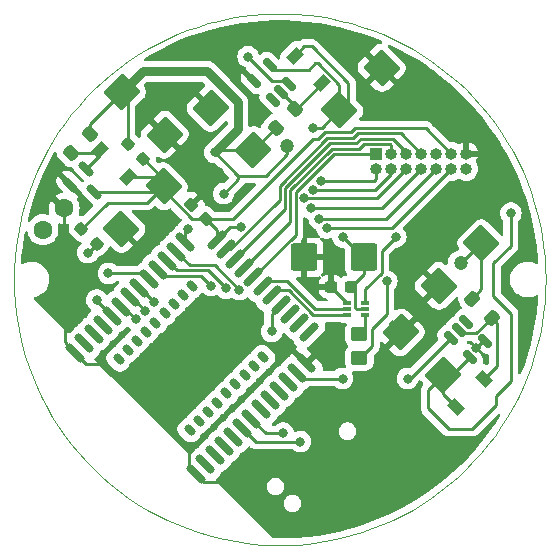
<source format=gbr>
%TF.GenerationSoftware,KiCad,Pcbnew,8.0.5*%
%TF.CreationDate,2025-04-26T14:00:33+02:00*%
%TF.ProjectId,vlvts,766c7674-732e-46b6-9963-61645f706362,rev?*%
%TF.SameCoordinates,Original*%
%TF.FileFunction,Copper,L2,Bot*%
%TF.FilePolarity,Positive*%
%FSLAX46Y46*%
G04 Gerber Fmt 4.6, Leading zero omitted, Abs format (unit mm)*
G04 Created by KiCad (PCBNEW 8.0.5) date 2025-04-26 14:00:33*
%MOMM*%
%LPD*%
G01*
G04 APERTURE LIST*
G04 Aperture macros list*
%AMRoundRect*
0 Rectangle with rounded corners*
0 $1 Rounding radius*
0 $2 $3 $4 $5 $6 $7 $8 $9 X,Y pos of 4 corners*
0 Add a 4 corners polygon primitive as box body*
4,1,4,$2,$3,$4,$5,$6,$7,$8,$9,$2,$3,0*
0 Add four circle primitives for the rounded corners*
1,1,$1+$1,$2,$3*
1,1,$1+$1,$4,$5*
1,1,$1+$1,$6,$7*
1,1,$1+$1,$8,$9*
0 Add four rect primitives between the rounded corners*
20,1,$1+$1,$2,$3,$4,$5,0*
20,1,$1+$1,$4,$5,$6,$7,0*
20,1,$1+$1,$6,$7,$8,$9,0*
20,1,$1+$1,$8,$9,$2,$3,0*%
%AMHorizOval*
0 Thick line with rounded ends*
0 $1 width*
0 $2 $3 position (X,Y) of the first rounded end (center of the circle)*
0 $4 $5 position (X,Y) of the second rounded end (center of the circle)*
0 Add line between two ends*
20,1,$1,$2,$3,$4,$5,0*
0 Add two circle primitives to create the rounded ends*
1,1,$1,$2,$3*
1,1,$1,$4,$5*%
%AMRotRect*
0 Rectangle, with rotation*
0 The origin of the aperture is its center*
0 $1 length*
0 $2 width*
0 $3 Rotation angle, in degrees counterclockwise*
0 Add horizontal line*
21,1,$1,$2,0,0,$3*%
G04 Aperture macros list end*
%TA.AperFunction,NonConductor*%
%ADD10C,0.100000*%
%TD*%
%TA.AperFunction,SMDPad,CuDef*%
%ADD11RoundRect,0.250000X1.272792X0.035355X0.035355X1.272792X-1.272792X-0.035355X-0.035355X-1.272792X0*%
%TD*%
%TA.AperFunction,SMDPad,CuDef*%
%ADD12RoundRect,0.150000X-0.521491X0.309359X0.309359X-0.521491X0.521491X-0.309359X-0.309359X0.521491X0*%
%TD*%
%TA.AperFunction,ComponentPad*%
%ADD13C,1.600000*%
%TD*%
%TA.AperFunction,ComponentPad*%
%ADD14HorizOval,1.600000X0.000000X0.000000X0.000000X0.000000X0*%
%TD*%
%TA.AperFunction,ComponentPad*%
%ADD15R,1.000000X1.000000*%
%TD*%
%TA.AperFunction,ComponentPad*%
%ADD16O,1.000000X1.000000*%
%TD*%
%TA.AperFunction,SMDPad,CuDef*%
%ADD17RoundRect,0.250000X0.875000X0.925000X-0.875000X0.925000X-0.875000X-0.925000X0.875000X-0.925000X0*%
%TD*%
%TA.AperFunction,SMDPad,CuDef*%
%ADD18RoundRect,0.250000X0.053033X-0.441942X0.441942X-0.053033X-0.053033X0.441942X-0.441942X0.053033X0*%
%TD*%
%TA.AperFunction,SMDPad,CuDef*%
%ADD19RoundRect,0.250000X0.035355X-1.272792X1.272792X-0.035355X-0.035355X1.272792X-1.272792X0.035355X0*%
%TD*%
%TA.AperFunction,SMDPad,CuDef*%
%ADD20RoundRect,0.237500X-0.344715X0.008839X0.008839X-0.344715X0.344715X-0.008839X-0.008839X0.344715X0*%
%TD*%
%TA.AperFunction,SMDPad,CuDef*%
%ADD21RoundRect,0.250000X-0.035355X1.272792X-1.272792X0.035355X0.035355X-1.272792X1.272792X-0.035355X0*%
%TD*%
%TA.AperFunction,SMDPad,CuDef*%
%ADD22RoundRect,0.175000X-0.707107X0.459619X0.459619X-0.707107X0.707107X-0.459619X-0.459619X0.707107X0*%
%TD*%
%TA.AperFunction,SMDPad,CuDef*%
%ADD23RoundRect,0.175000X0.459619X0.707107X-0.707107X-0.459619X-0.459619X-0.707107X0.707107X0.459619X0*%
%TD*%
%TA.AperFunction,SMDPad,CuDef*%
%ADD24RoundRect,0.175000X-0.353553X0.106066X0.106066X-0.353553X0.353553X-0.106066X-0.106066X0.353553X0*%
%TD*%
%TA.AperFunction,SMDPad,CuDef*%
%ADD25RoundRect,0.150000X-0.468458X0.256326X0.256326X-0.468458X0.468458X-0.256326X-0.256326X0.468458X0*%
%TD*%
%TA.AperFunction,SMDPad,CuDef*%
%ADD26RotRect,0.900000X1.200000X135.000000*%
%TD*%
%TA.AperFunction,SMDPad,CuDef*%
%ADD27RotRect,0.900000X1.200000X315.000000*%
%TD*%
%TA.AperFunction,SMDPad,CuDef*%
%ADD28RoundRect,0.237500X0.380070X-0.044194X-0.044194X0.380070X-0.380070X0.044194X0.044194X-0.380070X0*%
%TD*%
%TA.AperFunction,SMDPad,CuDef*%
%ADD29RotRect,0.900000X1.200000X45.000000*%
%TD*%
%TA.AperFunction,SMDPad,CuDef*%
%ADD30RoundRect,0.237500X0.300000X0.237500X-0.300000X0.237500X-0.300000X-0.237500X0.300000X-0.237500X0*%
%TD*%
%TA.AperFunction,SMDPad,CuDef*%
%ADD31RoundRect,0.250000X-0.053033X0.441942X-0.441942X0.053033X0.053033X-0.441942X0.441942X-0.053033X0*%
%TD*%
%TA.AperFunction,SMDPad,CuDef*%
%ADD32R,0.700000X0.340000*%
%TD*%
%TA.AperFunction,SMDPad,CuDef*%
%ADD33RoundRect,0.250000X-0.450000X0.350000X-0.450000X-0.350000X0.450000X-0.350000X0.450000X0.350000X0*%
%TD*%
%TA.AperFunction,SMDPad,CuDef*%
%ADD34RoundRect,0.150000X0.468458X-0.256326X-0.256326X0.468458X-0.468458X0.256326X0.256326X-0.468458X0*%
%TD*%
%TA.AperFunction,SMDPad,CuDef*%
%ADD35RoundRect,0.250000X-1.272792X-0.035355X-0.035355X-1.272792X1.272792X0.035355X0.035355X1.272792X0*%
%TD*%
%TA.AperFunction,SMDPad,CuDef*%
%ADD36RoundRect,0.250000X-0.441942X-0.053033X-0.053033X-0.441942X0.441942X0.053033X0.053033X0.441942X0*%
%TD*%
%TA.AperFunction,ViaPad*%
%ADD37C,0.800000*%
%TD*%
%TA.AperFunction,ViaPad*%
%ADD38C,1.200000*%
%TD*%
%TA.AperFunction,Conductor*%
%ADD39C,0.250000*%
%TD*%
%TA.AperFunction,Conductor*%
%ADD40C,0.750000*%
%TD*%
G04 APERTURE END LIST*
D10*
X80413097Y-77539472D02*
X81352406Y-77618348D01*
X82287589Y-77736489D01*
X83217004Y-77893688D01*
X84139022Y-78089669D01*
X85052023Y-78324088D01*
X85954408Y-78596534D01*
X86844592Y-78906529D01*
X87721013Y-79253529D01*
X88582136Y-79636925D01*
X89426448Y-80056045D01*
X90252468Y-80510154D01*
X91058748Y-80998454D01*
X91843872Y-81520090D01*
X92606464Y-82074145D01*
X93345186Y-82659649D01*
X94058741Y-83275573D01*
X94745879Y-83920838D01*
X95405392Y-84594311D01*
X96036125Y-85294811D01*
X96636971Y-86021109D01*
X97206876Y-86771931D01*
X97744839Y-87545959D01*
X98249918Y-88341835D01*
X98721226Y-89158164D01*
X99157936Y-89993514D01*
X99559282Y-90846418D01*
X99924560Y-91715381D01*
X100253130Y-92598877D01*
X100544414Y-93495358D01*
X100797902Y-94403250D01*
X101013149Y-95320961D01*
X101189778Y-96246880D01*
X101327478Y-97179384D01*
X101426008Y-98116835D01*
X101485195Y-99057591D01*
X101504936Y-100000000D01*
X101485195Y-100942409D01*
X101426008Y-101883165D01*
X101327478Y-102820616D01*
X101189778Y-103753120D01*
X101013149Y-104679039D01*
X100797902Y-105596750D01*
X100544414Y-106504642D01*
X100253130Y-107401123D01*
X99924560Y-108284619D01*
X99559282Y-109153582D01*
X99157936Y-110006486D01*
X98721226Y-110841836D01*
X98249918Y-111658165D01*
X97744839Y-112454041D01*
X97206876Y-113228069D01*
X96636971Y-113978891D01*
X96036125Y-114705189D01*
X95405392Y-115405689D01*
X94745879Y-116079162D01*
X94058741Y-116724427D01*
X93345186Y-117340351D01*
X92606464Y-117925855D01*
X91843872Y-118479910D01*
X91058748Y-119001546D01*
X90252468Y-119489846D01*
X89426448Y-119943955D01*
X88582136Y-120363075D01*
X87721013Y-120746471D01*
X86844592Y-121093471D01*
X85954408Y-121403466D01*
X85052023Y-121675912D01*
X84139022Y-121910331D01*
X83217004Y-122106312D01*
X82287589Y-122263511D01*
X81352406Y-122381652D01*
X80413097Y-122460528D01*
X79471308Y-122500000D01*
X78528692Y-122500000D01*
X77586903Y-122460528D01*
X76647594Y-122381652D01*
X75712411Y-122263511D01*
X74782996Y-122106312D01*
X73860978Y-121910331D01*
X72947977Y-121675912D01*
X72045592Y-121403466D01*
X71155408Y-121093471D01*
X70278987Y-120746471D01*
X69417864Y-120363075D01*
X68573552Y-119943955D01*
X67747532Y-119489846D01*
X66941252Y-119001546D01*
X66156128Y-118479910D01*
X65393536Y-117925855D01*
X64654814Y-117340351D01*
X63941259Y-116724427D01*
X63254121Y-116079162D01*
X62594608Y-115405689D01*
X61963875Y-114705189D01*
X61363029Y-113978891D01*
X60793124Y-113228069D01*
X60255161Y-112454041D01*
X59750082Y-111658165D01*
X59278774Y-110841836D01*
X58842064Y-110006486D01*
X58440718Y-109153582D01*
X58075440Y-108284619D01*
X57746870Y-107401123D01*
X57455586Y-106504642D01*
X57202098Y-105596750D01*
X56986851Y-104679039D01*
X56810222Y-103753120D01*
X56672522Y-102820616D01*
X56573992Y-101883165D01*
X56514805Y-100942409D01*
X56495064Y-100000000D01*
X56514805Y-99057591D01*
X56573992Y-98116835D01*
X56672522Y-97179384D01*
X56810222Y-96246880D01*
X56986851Y-95320961D01*
X57202098Y-94403250D01*
X57455586Y-93495358D01*
X57746870Y-92598877D01*
X58075440Y-91715381D01*
X58440718Y-90846418D01*
X58842064Y-89993514D01*
X59278774Y-89158164D01*
X59750082Y-88341835D01*
X60255161Y-87545959D01*
X60793124Y-86771931D01*
X61363029Y-86021109D01*
X61963875Y-85294811D01*
X62594608Y-84594311D01*
X63254121Y-83920838D01*
X63941259Y-83275573D01*
X64654814Y-82659649D01*
X65393536Y-82074145D01*
X66156128Y-81520090D01*
X66941252Y-80998454D01*
X67747532Y-80510154D01*
X68573552Y-80056045D01*
X69417864Y-79636925D01*
X70278987Y-79253529D01*
X71155408Y-78906529D01*
X72045592Y-78596534D01*
X72947977Y-78324088D01*
X73860978Y-78089669D01*
X74782996Y-77893688D01*
X75712411Y-77736489D01*
X76647594Y-77618348D01*
X77586903Y-77539472D01*
X78528692Y-77500000D01*
X79471308Y-77500000D01*
X80413097Y-77539472D01*
D11*
%TO.P,C2,1*%
%TO.N,BATT_V*%
X76775590Y-89082064D03*
%TO.P,C2,2*%
%TO.N,GND*%
X73169346Y-85475820D03*
%TD*%
D12*
%TO.P,U1,1,Vss*%
%TO.N,GND*%
X61278762Y-91973484D03*
%TO.P,U1,2,Lx/EXT*%
%TO.N,Net-(D42-A)*%
X62622265Y-90629981D03*
%TO.P,U1,3,Vout*%
%TO.N,VDD*%
X63276339Y-92627558D03*
%TD*%
D13*
%TO.P,TH1,1*%
%TO.N,TEMP*%
X58953949Y-95796051D03*
D14*
%TO.P,TH1,2*%
%TO.N,GND*%
X60750000Y-94000000D03*
%TD*%
D15*
%TO.P,J3,1,Pin_1*%
%TO.N,LED_OE*%
X87175000Y-89375000D03*
D16*
%TO.P,J3,2,Pin_2*%
%TO.N,BTN_L*%
X87175000Y-90645000D03*
%TO.P,J3,3,Pin_3*%
%TO.N,LED_LA*%
X88445000Y-89375000D03*
%TO.P,J3,4,Pin_4*%
%TO.N,BTN_C*%
X88445000Y-90645000D03*
%TO.P,J3,5,Pin_5*%
%TO.N,LED_CLK*%
X89715000Y-89375000D03*
%TO.P,J3,6,Pin_6*%
%TO.N,BTN_R*%
X89715000Y-90645000D03*
%TO.P,J3,7,Pin_7*%
%TO.N,LED_SDI*%
X90985000Y-89375000D03*
%TO.P,J3,8,Pin_8*%
%TO.N,LEDg1*%
X90985000Y-90645000D03*
%TO.P,J3,9,Pin_9*%
%TO.N,GND*%
X92255000Y-89375000D03*
%TO.P,J3,10,Pin_10*%
%TO.N,LEDg2*%
X92255000Y-90645000D03*
%TO.P,J3,11,Pin_11*%
%TO.N,VDD*%
X93525000Y-89375000D03*
%TO.P,J3,12,Pin_12*%
%TO.N,LEDg3*%
X93525000Y-90645000D03*
%TO.P,J3,13,Pin_13*%
%TO.N,GND*%
X94795000Y-89375000D03*
%TO.P,J3,14,Pin_14*%
%TO.N,VEE*%
X94795000Y-90645000D03*
%TD*%
D17*
%TO.P,C8,1*%
%TO.N,VCC*%
X86171178Y-98146446D03*
%TO.P,C8,2*%
%TO.N,GND*%
X81071178Y-98146446D03*
%TD*%
D18*
%TO.P,L3,1,1*%
%TO.N,BATT_V*%
X78649424Y-87194092D03*
%TO.P,L3,2,2*%
%TO.N,Net-(D44-A)*%
X80275770Y-85567746D03*
%TD*%
D19*
%TO.P,C6,1*%
%TO.N,VCC*%
X84018056Y-85699568D03*
%TO.P,C6,2*%
%TO.N,GND*%
X87624300Y-82093324D03*
%TD*%
D20*
%TO.P,R2,1*%
%TO.N,VDD*%
X62209530Y-95709530D03*
%TO.P,R2,2*%
%TO.N,TEMP*%
X63500000Y-97000000D03*
%TD*%
D21*
%TO.P,C3,1*%
%TO.N,VDD*%
X69168117Y-92119092D03*
%TO.P,C3,2*%
%TO.N,GND*%
X65561873Y-95725336D03*
%TD*%
D20*
%TO.P,R6,1*%
%TO.N,BATT_V*%
X66151431Y-88511398D03*
%TO.P,R6,2*%
%TO.N,VDD*%
X67441901Y-89801868D03*
%TD*%
D22*
%TO.P,U6,1,GND*%
%TO.N,GND*%
X61678707Y-106200675D03*
%TO.P,U6,2,P1.11*%
%TO.N,unconnected-(U6-P1.11-Pad2)*%
X62456525Y-105422858D03*
%TO.P,U6,3,P1.10*%
%TO.N,unconnected-(U6-P1.10-Pad3)*%
X63234342Y-104645041D03*
%TO.P,U6,4,P1.13*%
%TO.N,unconnected-(U6-P1.13-Pad4)*%
X64012160Y-103867223D03*
%TO.P,U6,5,P1.15*%
%TO.N,MOT_PWR*%
X64789977Y-103089406D03*
%TO.P,U6,6,P0.03*%
%TO.N,BTN_L*%
X65567795Y-102311588D03*
%TO.P,U6,7,P0.02*%
%TO.N,BTN_C*%
X66345612Y-101533771D03*
%TO.P,U6,8,P0.28*%
%TO.N,BTN_R*%
X67123429Y-100755953D03*
%TO.P,U6,9,P0.29*%
%TO.N,TEMP*%
X67901247Y-99978136D03*
%TO.P,U6,10,P0.30*%
%TO.N,LEDg1*%
X68679064Y-99200318D03*
%TO.P,U6,11,P0.31*%
%TO.N,LEDg2*%
X69456882Y-98422501D03*
%TO.P,U6,12,P0.04*%
%TO.N,LEDg3*%
X70234699Y-97644683D03*
%TO.P,U6,13,P0.05*%
%TO.N,BATT_V*%
X71012517Y-96866866D03*
D23*
%TO.P,U6,14,VDD_nRF*%
%TO.N,VDD*%
X73664167Y-96690089D03*
%TO.P,U6,15,TRACECLK/P0.07*%
%TO.N,LED_SDI*%
X74441985Y-97467907D03*
%TO.P,U6,16,TRACEDATA3/P1.09*%
%TO.N,LED_CLK*%
X75219802Y-98245724D03*
%TO.P,U6,17,TRACEDATA1/P0.12*%
%TO.N,LED_LA*%
X75997620Y-99023542D03*
%TO.P,U6,18,P0.23*%
%TO.N,LED_OE*%
X76775437Y-99801359D03*
%TO.P,U6,19,P0.21*%
%TO.N,MOT_DRV2*%
X77553254Y-100579177D03*
%TO.P,U6,20,P0.19*%
%TO.N,MOT_DRV1*%
X78331072Y-101356994D03*
%TO.P,U6,21,nRESET/P0.18*%
%TO.N,/MCU/nRESET*%
X79108889Y-102134811D03*
%TO.P,U6,22,VBUS*%
%TO.N,unconnected-(U6-VBUS-Pad22)*%
X79886707Y-102912629D03*
%TO.P,U6,23,D-*%
%TO.N,unconnected-(U6-D--Pad23)*%
X80664524Y-103690446D03*
%TO.P,U6,24,D+*%
%TO.N,unconnected-(U6-D+-Pad24)*%
X81442342Y-104468264D03*
D22*
%TO.P,U6,25,GND*%
%TO.N,GND*%
X81265565Y-107119914D03*
%TO.P,U6,26,P0.22*%
%TO.N,LED_PWR*%
X80487748Y-107897732D03*
%TO.P,U6,27,TRACEDATA0/P1.00*%
%TO.N,unconnected-(U6-TRACEDATA0{slash}P1.00-Pad27)*%
X79709930Y-108675549D03*
%TO.P,U6,28,P1.03*%
%TO.N,unconnected-(U6-P1.03-Pad28)*%
X78932113Y-109453367D03*
%TO.P,U6,29,P1.01*%
%TO.N,unconnected-(U6-P1.01-Pad29)*%
X78154295Y-110231184D03*
%TO.P,U6,30,P1.02*%
%TO.N,unconnected-(U6-P1.02-Pad30)*%
X77376478Y-111009002D03*
%TO.P,U6,31,SWDCLK*%
%TO.N,/MCU/SWDCLK*%
X76598660Y-111786819D03*
%TO.P,U6,32,SWDIO*%
%TO.N,/MCU/SWDIO*%
X75820843Y-112564636D03*
%TO.P,U6,33,P1.04*%
%TO.N,unconnected-(U6-P1.04-Pad33)*%
X75043025Y-113342454D03*
%TO.P,U6,34,P1.06*%
%TO.N,unconnected-(U6-P1.06-Pad34)*%
X74265208Y-114120271D03*
%TO.P,U6,35,NFC1/P0.09*%
%TO.N,unconnected-(U6-NFC1{slash}P0.09-Pad35)*%
X73487390Y-114898089D03*
%TO.P,U6,36,NFC2/P0.10*%
%TO.N,unconnected-(U6-NFC2{slash}P0.10-Pad36)*%
X72709573Y-115675906D03*
%TO.P,U6,37,GND*%
%TO.N,GND*%
X71931756Y-116453724D03*
D24*
%TO.P,U6,38,P1.14*%
%TO.N,unconnected-(U6-P1.14-Pad38)*%
X65355662Y-106766361D03*
%TO.P,U6,39,P1.12*%
%TO.N,unconnected-(U6-P1.12-Pad39)*%
X66133480Y-105988543D03*
%TO.P,U6,40,P0.25*%
%TO.N,unconnected-(U6-P0.25-Pad40)*%
X66911297Y-105210726D03*
%TO.P,U6,41,P0.11/TRACEDATA2*%
%TO.N,unconnected-(U6-P0.11{slash}TRACEDATA2-Pad41)*%
X67689115Y-104432909D03*
%TO.P,U6,42,P1.08*%
%TO.N,unconnected-(U6-P1.08-Pad42)*%
X68466932Y-103655091D03*
%TO.P,U6,43,P0.27*%
%TO.N,unconnected-(U6-P0.27-Pad43)*%
X69244750Y-102877274D03*
%TO.P,U6,44,P0.08*%
%TO.N,unconnected-(U6-P0.08-Pad44)*%
X70022567Y-102099456D03*
%TO.P,U6,45,P0.06*%
%TO.N,unconnected-(U6-P0.06-Pad45)*%
X70800385Y-101321639D03*
%TO.P,U6,46,P0.26*%
%TO.N,unconnected-(U6-P0.26-Pad46)*%
X71578202Y-100543821D03*
%TO.P,U6,47,P1.07*%
%TO.N,unconnected-(U6-P1.07-Pad47)*%
X71366070Y-112776769D03*
%TO.P,U6,48,P1.05*%
%TO.N,unconnected-(U6-P1.05-Pad48)*%
X72143888Y-111998951D03*
%TO.P,U6,49,P0.24*%
%TO.N,unconnected-(U6-P0.24-Pad49)*%
X72921705Y-111221134D03*
%TO.P,U6,50,P0.20*%
%TO.N,unconnected-(U6-P0.20-Pad50)*%
X73699522Y-110443316D03*
%TO.P,U6,51,P0.17*%
%TO.N,unconnected-(U6-P0.17-Pad51)*%
X74477340Y-109665499D03*
%TO.P,U6,52,P0.15*%
%TO.N,unconnected-(U6-P0.15-Pad52)*%
X75255157Y-108887681D03*
%TO.P,U6,53,P0.14*%
%TO.N,unconnected-(U6-P0.14-Pad53)*%
X76032975Y-108109864D03*
%TO.P,U6,54,P0.13*%
%TO.N,unconnected-(U6-P0.13-Pad54)*%
X76810792Y-107332046D03*
%TO.P,U6,55,P0.16*%
%TO.N,unconnected-(U6-P0.16-Pad55)*%
X77588610Y-106554229D03*
%TD*%
D25*
%TO.P,U2,1,CE/VOUT*%
%TO.N,LED_PWR*%
X93466124Y-104968457D03*
%TO.P,U2,2,Lx/EXT*%
%TO.N,Net-(D43-A)*%
X94137875Y-104296706D03*
%TO.P,U2,3,NC*%
%TO.N,unconnected-(U2-NC-Pad3)*%
X94809626Y-103624955D03*
%TO.P,U2,4,Vss*%
%TO.N,GND*%
X96418294Y-105233623D03*
%TO.P,U2,5,Vout*%
%TO.N,VEE*%
X95074792Y-106577125D03*
%TD*%
D26*
%TO.P,D42,1,K*%
%TO.N,VDD*%
X66113604Y-91363603D03*
%TO.P,D42,2,A*%
%TO.N,Net-(D42-A)*%
X63780152Y-89030151D03*
%TD*%
D27*
%TO.P,D44,1,K*%
%TO.N,VCC*%
X80271529Y-81083272D03*
%TO.P,D44,2,A*%
%TO.N,Net-(D44-A)*%
X82604981Y-83416724D03*
%TD*%
D28*
%TO.P,C9,1*%
%TO.N,VDD*%
X72744929Y-94922322D03*
%TO.P,C9,2*%
%TO.N,GND*%
X71525169Y-93702562D03*
%TD*%
D29*
%TO.P,D43,1,K*%
%TO.N,VEE*%
X93950395Y-110771847D03*
%TO.P,D43,2,A*%
%TO.N,Net-(D43-A)*%
X96283847Y-108438395D03*
%TD*%
D30*
%TO.P,C7,1*%
%TO.N,VCC*%
X85071178Y-100646446D03*
%TO.P,C7,2*%
%TO.N,GND*%
X83346178Y-100646446D03*
%TD*%
D31*
%TO.P,L1,1,1*%
%TO.N,BATT_V*%
X62931624Y-87686649D03*
%TO.P,L1,2,2*%
%TO.N,Net-(D42-A)*%
X61305278Y-89312995D03*
%TD*%
D21*
%TO.P,C5,1*%
%TO.N,BATT_V*%
X96082064Y-96949514D03*
%TO.P,C5,2*%
%TO.N,GND*%
X92475820Y-100555758D03*
%TD*%
D11*
%TO.P,C4,1*%
%TO.N,VEE*%
X92856244Y-108106242D03*
%TO.P,C4,2*%
%TO.N,GND*%
X89250000Y-104499998D03*
%TD*%
D32*
%TO.P,U4,1,IN1*%
%TO.N,MOT_DRV1*%
X84728678Y-103008445D03*
%TO.P,U4,2,IN2*%
%TO.N,MOT_DRV2*%
X84728678Y-102508445D03*
%TO.P,U4,3,GND*%
%TO.N,GND*%
X84728678Y-102008445D03*
%TO.P,U4,4,OUT2*%
%TO.N,Net-(M1--)*%
X86228678Y-102008445D03*
%TO.P,U4,5,VM*%
%TO.N,VCC*%
X86228678Y-102508445D03*
%TO.P,U4,6,OUT1*%
%TO.N,Net-(U4-OUT1)*%
X86228678Y-103008445D03*
%TD*%
D33*
%TO.P,R1,1*%
%TO.N,Net-(U4-OUT1)*%
X85740677Y-104646446D03*
%TO.P,R1,2*%
%TO.N,/mot_v1*%
X85740677Y-106646446D03*
%TD*%
D34*
%TO.P,U3,1,CE/VOUT*%
%TO.N,MOT_PWR*%
X79757815Y-83446070D03*
%TO.P,U3,2,Lx/EXT*%
%TO.N,Net-(D44-A)*%
X79086064Y-84117821D03*
%TO.P,U3,3,NC*%
%TO.N,unconnected-(U3-NC-Pad3)*%
X78414313Y-84789572D03*
%TO.P,U3,4,Vss*%
%TO.N,GND*%
X76805645Y-83180904D03*
%TO.P,U3,5,Vout*%
%TO.N,VCC*%
X78149147Y-81837402D03*
%TD*%
D35*
%TO.P,C1,1*%
%TO.N,BATT_V*%
X65643756Y-84143756D03*
%TO.P,C1,2*%
%TO.N,GND*%
X69250000Y-87750000D03*
%TD*%
D36*
%TO.P,L2,1,1*%
%TO.N,BATT_V*%
X95304247Y-101624902D03*
%TO.P,L2,2,2*%
%TO.N,Net-(D43-A)*%
X96930593Y-103251248D03*
%TD*%
D37*
%TO.N,GND*%
X85000000Y-116500000D03*
%TO.N,/MCU/SWDCLK*%
X79300000Y-113025000D03*
%TO.N,GND*%
X80500000Y-111500000D03*
X78500000Y-115500000D03*
%TO.N,/MCU/SWDIO*%
X80750000Y-113750000D03*
%TO.N,VDD*%
X75708477Y-95533745D03*
%TO.N,VEE*%
X98571178Y-94396446D03*
%TO.N,VCC*%
X84321178Y-96396446D03*
X81821178Y-87146446D03*
%TO.N,GND*%
X81821178Y-100646446D03*
X70821178Y-80646446D03*
X89571178Y-101646446D03*
X92821178Y-103146446D03*
X95618689Y-105848936D03*
X69321178Y-84146446D03*
X73821178Y-90896446D03*
X92250000Y-86750000D03*
%TO.N,Net-(M1--)*%
X88821178Y-96396446D03*
%TO.N,LEDg1*%
X81625602Y-93978083D03*
X73190234Y-100527390D03*
%TO.N,LEDg2*%
X74447706Y-100760262D03*
X82350860Y-94864881D03*
%TO.N,LEDg3*%
X82986660Y-95636089D03*
X75589833Y-100877791D03*
%TO.N,LED_PWR*%
X84321178Y-108396446D03*
X89821178Y-108396446D03*
%TO.N,MOT_PWR*%
X76321178Y-81146446D03*
X63500000Y-101750000D03*
D38*
%TO.N,BATT_V*%
X79651036Y-88726304D03*
D37*
X73500000Y-89249999D03*
X74250000Y-92750000D03*
X71250000Y-95750000D03*
D38*
X94321178Y-98646446D03*
D37*
%TO.N,TEMP*%
X62750000Y-97750000D03*
X64500000Y-99500000D03*
%TO.N,BTN_L*%
X66821178Y-103396446D03*
X82527933Y-91671946D03*
%TO.N,BTN_C*%
X67571178Y-102646446D03*
X81821178Y-92396446D03*
%TO.N,BTN_R*%
X81071178Y-93146446D03*
X68321178Y-101896446D03*
%TO.N,/MCU/nRESET*%
X78321178Y-104396446D03*
%TO.N,/mot_v1*%
X88071178Y-100146446D03*
%TD*%
D39*
%TO.N,/MCU/SWDCLK*%
X77836841Y-113025000D02*
X76598660Y-111786819D01*
X79300000Y-113025000D02*
X77836841Y-113025000D01*
%TO.N,VDD*%
X75045302Y-94922322D02*
X81821178Y-88146446D01*
X82275594Y-88146446D02*
X82874680Y-87547360D01*
X73664167Y-96690089D02*
X74820511Y-95533745D01*
X64419060Y-93500000D02*
X62209530Y-95709530D01*
X63276338Y-92627557D02*
X68659651Y-92627558D01*
X72744929Y-94922322D02*
X75045302Y-94922322D01*
X91350000Y-87200000D02*
X93525000Y-89375000D01*
X82874680Y-87547360D02*
X85066244Y-87547360D01*
X81821178Y-88146446D02*
X82275594Y-88146446D01*
X67441901Y-89801868D02*
X69168117Y-91528085D01*
X69168117Y-92476882D02*
X69168117Y-92119092D01*
X72744929Y-94922322D02*
X71613557Y-94922322D01*
X72744928Y-94922321D02*
X73664167Y-95841560D01*
X69168117Y-92119092D02*
X67787209Y-93500000D01*
X73664167Y-95841560D02*
X73664167Y-96690088D01*
X74820511Y-95533745D02*
X75708477Y-95533745D01*
X85066244Y-87547360D02*
X85413604Y-87200000D01*
X66113605Y-91363604D02*
X68412628Y-91363604D01*
X85413604Y-87200000D02*
X91350000Y-87200000D01*
X71613557Y-94922322D02*
X69168117Y-92476882D01*
X67787209Y-93500000D02*
X64419060Y-93500000D01*
%TO.N,VEE*%
X97321178Y-109896446D02*
X98571178Y-108646446D01*
X97071178Y-98646446D02*
X98571178Y-97146446D01*
X93950394Y-110771848D02*
X92856243Y-109677695D01*
X91571178Y-110896446D02*
X93321178Y-112646446D01*
X97071178Y-101396446D02*
X97071178Y-98646446D01*
X91571178Y-109396446D02*
X91571178Y-110896446D01*
X97321178Y-110646446D02*
X97321178Y-109896446D01*
X98571178Y-97146446D02*
X98571178Y-94396446D01*
X95321178Y-112646446D02*
X97321178Y-110646446D01*
X93321178Y-112646446D02*
X95321178Y-112646446D01*
X95074791Y-106577126D02*
X93545673Y-108106244D01*
X92856244Y-108106242D02*
X92856243Y-109618244D01*
X98571178Y-102896446D02*
X97071178Y-101396446D01*
X98571178Y-108646446D02*
X98571178Y-102896446D01*
X93545673Y-108106244D02*
X92856244Y-108106242D01*
X92856244Y-108111380D02*
X91571178Y-109396446D01*
X92856243Y-109677695D02*
X92856243Y-109618244D01*
%TO.N,VCC*%
X86071178Y-98146446D02*
X84321178Y-96396446D01*
X84821178Y-84896446D02*
X84018056Y-85699568D01*
X86171178Y-98146446D02*
X86171178Y-99546446D01*
X81080458Y-80274343D02*
X81699075Y-80274343D01*
X78149146Y-81837402D02*
X78561745Y-82249998D01*
X80271528Y-81083274D02*
X81080458Y-80274343D01*
X82200516Y-81704111D02*
X84018056Y-83521651D01*
X81984141Y-81704111D02*
X82200516Y-81704111D01*
X86171178Y-98146446D02*
X86071178Y-98146446D01*
X82571178Y-87146446D02*
X84018056Y-85699568D01*
X81438255Y-82249998D02*
X81984141Y-81704111D01*
X85403678Y-102396446D02*
X85515677Y-102508445D01*
X81699075Y-80274343D02*
X84821178Y-83396446D01*
X78561745Y-82249998D02*
X81438255Y-82249998D01*
X84018056Y-83521651D02*
X84018056Y-85699568D01*
X85515677Y-102508445D02*
X86228678Y-102508445D01*
X85071178Y-100646446D02*
X85403678Y-100978946D01*
X85403678Y-100978946D02*
X85403678Y-102396446D01*
X84821178Y-83396446D02*
X84821178Y-84896446D01*
X86171178Y-99546446D02*
X85071178Y-100646446D01*
X81821178Y-87146446D02*
X82571178Y-87146446D01*
%TO.N,GND*%
X96418294Y-105233623D02*
X96234002Y-105233623D01*
X71931756Y-116453724D02*
X72624478Y-117146446D01*
X61678707Y-106200675D02*
X60821178Y-105343146D01*
X60750000Y-94000000D02*
X60750000Y-97250000D01*
X60821178Y-105343146D02*
X60821178Y-103646446D01*
X76805645Y-83180904D02*
X74271187Y-80646446D01*
X72624478Y-117146446D02*
X74321178Y-117146446D01*
X74271187Y-80646446D02*
X70821178Y-80646446D01*
X83346178Y-100646446D02*
X83366679Y-100646446D01*
X83366679Y-100646446D02*
X84728678Y-102008445D01*
X63821178Y-107146446D02*
X71321178Y-114646446D01*
X61678707Y-106200675D02*
X62624478Y-107146446D01*
X71321178Y-114646446D02*
X71321178Y-115646446D01*
X83346178Y-100646446D02*
X81821178Y-100646446D01*
X96234002Y-105233623D02*
X95618689Y-105848936D01*
X62624478Y-107146446D02*
X63821178Y-107146446D01*
%TO.N,Net-(M1--)*%
X87621178Y-97596446D02*
X87621178Y-99441946D01*
X88821178Y-96396446D02*
X87621178Y-97596446D01*
X86228678Y-100834446D02*
X86228678Y-102008445D01*
X87621178Y-99441946D02*
X86228678Y-100834446D01*
%TO.N,Net-(U4-OUT1)*%
X86228679Y-103008445D02*
X86228678Y-104158447D01*
%TO.N,LEDg1*%
X81625602Y-93978083D02*
X87651917Y-93978083D01*
X72353112Y-99690268D02*
X69169014Y-99690268D01*
X69169014Y-99690268D02*
X68679064Y-99200318D01*
X72353112Y-99690268D02*
X73190234Y-100527390D01*
X87651917Y-93978083D02*
X90985000Y-90645000D01*
%TO.N,LEDg2*%
X82350860Y-94864881D02*
X88035119Y-94864881D01*
X72927712Y-99240268D02*
X74447706Y-100760262D01*
X70274649Y-99240268D02*
X72927712Y-99240268D01*
X88035119Y-94864881D02*
X92255000Y-90645000D01*
X69456882Y-98422501D02*
X70274649Y-99240268D01*
%TO.N,LEDg3*%
X71380284Y-98790268D02*
X73502310Y-98790268D01*
X88533911Y-95636089D02*
X93525000Y-90645000D01*
X73502310Y-98790268D02*
X75589833Y-100877791D01*
X82986660Y-95636089D02*
X88533911Y-95636089D01*
X70234699Y-97644683D02*
X71380284Y-98790268D01*
%TO.N,LED_PWR*%
X90107560Y-108327021D02*
X93466124Y-104968457D01*
X84321178Y-108396446D02*
X80986462Y-108396446D01*
X90107560Y-108327021D02*
X89890603Y-108327021D01*
X89890603Y-108327021D02*
X89821178Y-108396446D01*
X80986462Y-108396446D02*
X80487748Y-107897732D01*
%TO.N,MOT_PWR*%
X78349095Y-83174363D02*
X76321178Y-81146446D01*
X63500000Y-101799429D02*
X64789977Y-103089406D01*
X63500000Y-101750000D02*
X63500000Y-101799429D01*
X79486108Y-83174363D02*
X78349095Y-83174363D01*
X79757815Y-83446070D02*
X79486108Y-83174363D01*
%TO.N,MOT_DRV1*%
X78331072Y-101356994D02*
X78760362Y-100927704D01*
X79775614Y-100927704D02*
X81856355Y-103008445D01*
X81856355Y-103008445D02*
X84728678Y-103008445D01*
X78760362Y-100927704D02*
X79775614Y-100927704D01*
%TO.N,MOT_DRV2*%
X77982544Y-100149887D02*
X79634193Y-100149887D01*
X81992751Y-102508445D02*
X84728678Y-102508445D01*
X77553254Y-100579177D02*
X77982544Y-100149887D01*
X79634193Y-100149887D02*
X81992751Y-102508445D01*
%TO.N,BATT_V*%
X94385132Y-98646446D02*
X96082064Y-96949514D01*
X73667934Y-89082065D02*
X76775592Y-89082065D01*
X94321178Y-98646446D02*
X94385132Y-98646446D01*
X75500001Y-91499999D02*
X75500001Y-91250000D01*
X96082066Y-96949512D02*
X96082065Y-100847086D01*
X74250000Y-92750000D02*
X75500001Y-91499999D01*
D40*
X72847687Y-82396446D02*
X67391066Y-82396446D01*
X75467138Y-87282861D02*
X73500000Y-89249999D01*
X75467138Y-85015897D02*
X75467138Y-87282861D01*
D39*
X71012517Y-96866866D02*
X71012517Y-95987483D01*
D40*
X67391066Y-82396446D02*
X65643756Y-84143756D01*
D39*
X62931624Y-86855888D02*
X65643756Y-84143756D01*
X96082065Y-100847086D02*
X95304247Y-101624902D01*
X77500000Y-91249998D02*
X77798388Y-91249998D01*
X78649425Y-87208232D02*
X78649425Y-87194090D01*
X79651036Y-89397350D02*
X79651036Y-88726304D01*
X66151431Y-84651431D02*
X65643756Y-84143756D01*
X73500000Y-89249999D02*
X75500001Y-91250000D01*
X75500001Y-91250000D02*
X77500000Y-91249998D01*
X62931624Y-87686649D02*
X62931624Y-86855888D01*
X71012517Y-95987483D02*
X71250000Y-95750000D01*
X76775592Y-89082065D02*
X78649425Y-87208232D01*
X66151431Y-88511398D02*
X66151431Y-84651431D01*
D40*
X72847687Y-82396446D02*
X75467138Y-85015897D01*
D39*
X77798388Y-91249998D02*
X79651036Y-89397350D01*
X73500000Y-89249999D02*
X73667934Y-89082065D01*
%TO.N,TEMP*%
X62750000Y-97750000D02*
X63500000Y-97000000D01*
X67423111Y-99500000D02*
X64500000Y-99500000D01*
X67901247Y-99978136D02*
X67423111Y-99500000D01*
%TO.N,LED_SDI*%
X85600000Y-87650000D02*
X89260000Y-87650000D01*
X83033436Y-88025000D02*
X85225000Y-88025000D01*
X89260000Y-87650000D02*
X90985000Y-89375000D01*
X74799620Y-97467907D02*
X78996178Y-93271349D01*
X78996178Y-92062258D02*
X83033436Y-88025000D01*
X85225000Y-88025000D02*
X85600000Y-87650000D01*
X78996178Y-93271349D02*
X78996178Y-92062258D01*
X74441985Y-97467907D02*
X74799620Y-97467907D01*
%TO.N,LED_CLK*%
X85875000Y-88100000D02*
X85500000Y-88475000D01*
X89715000Y-89215000D02*
X88600000Y-88100000D01*
X79446178Y-94019348D02*
X75219802Y-98245724D01*
X79446178Y-92248654D02*
X79446178Y-94019348D01*
X83219832Y-88475000D02*
X79446178Y-92248654D01*
X85500000Y-88475000D02*
X83219832Y-88475000D01*
X88600000Y-88100000D02*
X85875000Y-88100000D01*
X89715000Y-89375000D02*
X89715000Y-89215000D01*
%TO.N,LED_LA*%
X86125000Y-88550000D02*
X85750000Y-88925000D01*
X79896178Y-95124984D02*
X75997620Y-99023542D01*
X88445000Y-89375000D02*
X88445000Y-88667894D01*
X88327106Y-88550000D02*
X86125000Y-88550000D01*
X79896178Y-92435050D02*
X79896178Y-95124984D01*
X83406228Y-88925000D02*
X79896178Y-92435050D01*
X85750000Y-88925000D02*
X83406228Y-88925000D01*
X88445000Y-88667894D02*
X88327106Y-88550000D01*
%TO.N,LED_OE*%
X83592624Y-89375000D02*
X80346178Y-92621446D01*
X80346178Y-96230618D02*
X76775437Y-99801359D01*
X80346178Y-92621446D02*
X80346178Y-96230618D01*
X87175000Y-89375000D02*
X83592624Y-89375000D01*
%TO.N,BTN_L*%
X82571368Y-91715381D02*
X86951178Y-91715381D01*
X87175000Y-91491559D02*
X87175000Y-90645000D01*
X82527933Y-91671946D02*
X82571368Y-91715381D01*
X65736320Y-102311588D02*
X66821178Y-103396446D01*
X86951178Y-91715381D02*
X87175000Y-91491559D01*
X65567795Y-102311588D02*
X65736320Y-102311588D01*
%TO.N,BTN_C*%
X87103554Y-92396446D02*
X81821178Y-92396446D01*
X66345612Y-101533771D02*
X66458503Y-101533771D01*
X88445000Y-90645000D02*
X88445000Y-91055000D01*
X66458503Y-101533771D02*
X67571178Y-102646446D01*
X88445000Y-91055000D02*
X87103554Y-92396446D01*
%TO.N,BTN_R*%
X87213554Y-93146446D02*
X89715000Y-90645000D01*
X67123429Y-100755953D02*
X67180685Y-100755953D01*
X67180685Y-100755953D02*
X68321178Y-101896446D01*
X81071178Y-93146446D02*
X87213554Y-93146446D01*
%TO.N,/MCU/nRESET*%
X78321178Y-102922522D02*
X78321178Y-104396446D01*
X79108889Y-102134811D02*
X78321178Y-102922522D01*
%TO.N,/MCU/SWDIO*%
X77006207Y-113750000D02*
X80750000Y-113750000D01*
X75820843Y-112564636D02*
X77006207Y-113750000D01*
X75820841Y-112564637D02*
X76250131Y-112993926D01*
%TO.N,/mot_v1*%
X88071178Y-100146446D02*
X88071178Y-102961946D01*
X86821178Y-104211946D02*
X86821178Y-105646446D01*
X88071178Y-102961946D02*
X86821178Y-104211946D01*
X85821178Y-106646446D02*
X85740677Y-106646446D01*
X86821178Y-105646446D02*
X85821178Y-106646446D01*
%TO.N,Net-(D42-A)*%
X63780152Y-89030152D02*
X63497309Y-89312995D01*
X63497309Y-89312995D02*
X61305278Y-89312995D01*
X63780152Y-89472094D02*
X62622265Y-90629981D01*
X63780152Y-89030151D02*
X63780152Y-89472094D01*
%TO.N,Net-(D43-A)*%
X94409581Y-104568413D02*
X94137876Y-104296705D01*
X95613429Y-104568413D02*
X94409581Y-104568413D01*
X97361750Y-107360491D02*
X96283847Y-108438394D01*
X96930593Y-103251249D02*
X95613429Y-104568413D01*
X96930593Y-103251249D02*
X97361752Y-103682408D01*
X97361752Y-103682408D02*
X97361750Y-107360491D01*
%TO.N,Net-(D44-A)*%
X79086064Y-84117821D02*
X80275771Y-85307527D01*
X80275771Y-85307527D02*
X80275772Y-85567744D01*
X80453962Y-85567745D02*
X80275772Y-85567744D01*
X82604981Y-83416726D02*
X80453962Y-85567745D01*
%TD*%
%TA.AperFunction,Conductor*%
%TO.N,GND*%
G36*
X79462260Y-78058611D02*
G01*
X80375367Y-78096880D01*
X80380625Y-78097210D01*
X81291412Y-78173691D01*
X81296600Y-78174236D01*
X82203351Y-78288786D01*
X82208551Y-78289553D01*
X82920353Y-78409945D01*
X83109733Y-78441976D01*
X83114915Y-78442964D01*
X84008926Y-78632993D01*
X84014026Y-78634190D01*
X84899246Y-78861476D01*
X84904290Y-78862884D01*
X85779298Y-79127064D01*
X85784269Y-79128680D01*
X86647365Y-79429242D01*
X86652289Y-79431072D01*
X87502111Y-79767541D01*
X87506952Y-79769577D01*
X87623405Y-79821426D01*
X87677501Y-79867406D01*
X87698150Y-79935333D01*
X87678797Y-80003641D01*
X87625586Y-80050642D01*
X87572156Y-80062532D01*
X87500349Y-80062532D01*
X87327927Y-80103396D01*
X87169579Y-80182922D01*
X87169578Y-80182923D01*
X87088670Y-80248830D01*
X86613844Y-80723657D01*
X86613844Y-80723658D01*
X87624300Y-81734114D01*
X88993965Y-83103780D01*
X88993967Y-83103780D01*
X89468793Y-82628953D01*
X89534700Y-82548045D01*
X89534701Y-82548044D01*
X89614227Y-82389696D01*
X89655092Y-82217275D01*
X89655092Y-82040083D01*
X89614227Y-81867662D01*
X89534701Y-81709314D01*
X89534700Y-81709313D01*
X89468793Y-81628405D01*
X88173352Y-80332964D01*
X88139326Y-80270652D01*
X88144391Y-80199837D01*
X88186938Y-80143001D01*
X88253458Y-80118190D01*
X88313697Y-80128763D01*
X88341877Y-80141310D01*
X88346651Y-80143556D01*
X89165280Y-80549927D01*
X89169924Y-80552354D01*
X89970862Y-80992673D01*
X89975406Y-80995298D01*
X90155713Y-81104495D01*
X90757170Y-81468751D01*
X90761626Y-81471579D01*
X91522868Y-81977347D01*
X91527202Y-81980359D01*
X92211227Y-82477333D01*
X92266598Y-82517562D01*
X92270799Y-82520751D01*
X92885186Y-83007709D01*
X92987036Y-83088434D01*
X92991099Y-83091796D01*
X93644830Y-83656080D01*
X93682938Y-83688974D01*
X93686860Y-83692505D01*
X94353093Y-84318138D01*
X94356864Y-84321830D01*
X94973830Y-84951856D01*
X94996353Y-84974855D01*
X94999953Y-84978690D01*
X95101806Y-85091809D01*
X95611477Y-85657857D01*
X95614926Y-85661852D01*
X96197505Y-86366069D01*
X96200783Y-86370205D01*
X96753343Y-87098176D01*
X96756445Y-87102445D01*
X97278058Y-87852950D01*
X97280978Y-87857346D01*
X97624527Y-88398692D01*
X97723885Y-88555255D01*
X97770678Y-88628988D01*
X97773410Y-88633499D01*
X97892819Y-88840322D01*
X98230379Y-89424993D01*
X98232922Y-89429618D01*
X98397861Y-89745118D01*
X98649879Y-90227185D01*
X98656349Y-90239560D01*
X98658693Y-90244284D01*
X98664772Y-90257202D01*
X99047822Y-91071222D01*
X99049969Y-91076043D01*
X99404145Y-91918595D01*
X99406071Y-91923461D01*
X99722648Y-92774706D01*
X99724651Y-92780091D01*
X99726386Y-92785075D01*
X100008824Y-93654329D01*
X100010349Y-93659381D01*
X100256116Y-94539619D01*
X100257429Y-94544731D01*
X100466133Y-95434550D01*
X100467230Y-95439712D01*
X100638483Y-96337452D01*
X100639363Y-96342655D01*
X100772871Y-97246767D01*
X100773533Y-97252003D01*
X100869069Y-98160971D01*
X100869510Y-98166230D01*
X100894168Y-98558152D01*
X100878483Y-98627395D01*
X100827853Y-98677165D01*
X100758352Y-98691661D01*
X100711215Y-98678331D01*
X100575999Y-98609435D01*
X100575994Y-98609433D01*
X100575992Y-98609432D01*
X100351368Y-98536447D01*
X100118092Y-98499500D01*
X99881908Y-98499500D01*
X99648632Y-98536447D01*
X99648629Y-98536447D01*
X99648628Y-98536448D01*
X99424008Y-98609432D01*
X99424006Y-98609433D01*
X99213563Y-98716659D01*
X99022487Y-98855484D01*
X98855484Y-99022487D01*
X98716659Y-99213563D01*
X98609433Y-99424006D01*
X98609432Y-99424008D01*
X98536449Y-99648627D01*
X98536447Y-99648632D01*
X98499500Y-99881908D01*
X98499500Y-100118092D01*
X98536447Y-100351368D01*
X98609432Y-100575992D01*
X98716657Y-100786433D01*
X98716659Y-100786436D01*
X98855484Y-100977512D01*
X99022487Y-101144515D01*
X99116828Y-101213058D01*
X99213567Y-101283343D01*
X99424008Y-101390568D01*
X99648632Y-101463553D01*
X99881908Y-101500500D01*
X99881911Y-101500500D01*
X100118089Y-101500500D01*
X100118092Y-101500500D01*
X100351368Y-101463553D01*
X100575992Y-101390568D01*
X100711217Y-101321667D01*
X100780991Y-101308564D01*
X100846775Y-101335264D01*
X100887682Y-101393291D01*
X100894168Y-101441847D01*
X100869510Y-101833768D01*
X100869069Y-101839027D01*
X100773533Y-102747995D01*
X100772871Y-102753231D01*
X100639363Y-103657343D01*
X100638483Y-103662546D01*
X100467230Y-104560286D01*
X100466133Y-104565448D01*
X100257429Y-105455267D01*
X100256116Y-105460379D01*
X100010349Y-106340617D01*
X100008824Y-106345669D01*
X99726386Y-107214923D01*
X99724651Y-107219904D01*
X99448774Y-107961713D01*
X99406283Y-108018588D01*
X99339786Y-108043462D01*
X99270398Y-108028437D01*
X99220148Y-107978283D01*
X99204678Y-107917792D01*
X99204678Y-102834053D01*
X99204677Y-102834049D01*
X99203765Y-102829464D01*
X99180333Y-102711661D01*
X99132578Y-102596371D01*
X99063249Y-102492613D01*
X98975011Y-102404375D01*
X97741583Y-101170947D01*
X97707557Y-101108635D01*
X97704678Y-101081852D01*
X97704678Y-98961040D01*
X97724680Y-98892919D01*
X97741583Y-98871945D01*
X98397938Y-98215590D01*
X99063249Y-97550279D01*
X99132578Y-97446521D01*
X99180333Y-97331231D01*
X99204678Y-97208840D01*
X99204678Y-97084053D01*
X99204678Y-95098970D01*
X99224680Y-95030849D01*
X99237036Y-95014666D01*
X99310218Y-94933390D01*
X99405705Y-94768002D01*
X99464720Y-94586374D01*
X99484682Y-94396446D01*
X99464720Y-94206518D01*
X99405705Y-94024890D01*
X99310218Y-93859502D01*
X99310216Y-93859500D01*
X99310212Y-93859494D01*
X99182433Y-93717581D01*
X99027930Y-93605328D01*
X98853466Y-93527652D01*
X98666665Y-93487946D01*
X98475691Y-93487946D01*
X98288889Y-93527652D01*
X98114425Y-93605328D01*
X97959922Y-93717581D01*
X97832143Y-93859494D01*
X97832136Y-93859504D01*
X97751021Y-94000000D01*
X97736651Y-94024890D01*
X97727628Y-94052661D01*
X97677635Y-94206518D01*
X97657674Y-94396446D01*
X97677635Y-94586373D01*
X97695426Y-94641127D01*
X97736651Y-94768002D01*
X97736654Y-94768007D01*
X97812101Y-94898686D01*
X97832138Y-94933390D01*
X97905315Y-95014661D01*
X97936031Y-95078666D01*
X97937678Y-95098970D01*
X97937678Y-96190820D01*
X97917676Y-96258941D01*
X97864020Y-96305434D01*
X97793746Y-96315538D01*
X97729166Y-96286044D01*
X97722583Y-96279915D01*
X96547308Y-95104641D01*
X96466351Y-95038691D01*
X96307898Y-94959112D01*
X96276839Y-94951751D01*
X96135364Y-94918221D01*
X95958053Y-94918221D01*
X95850312Y-94943756D01*
X95785519Y-94959112D01*
X95753271Y-94975308D01*
X95627068Y-95038690D01*
X95627067Y-95038691D01*
X95627058Y-95038696D01*
X95546104Y-95104644D01*
X94237191Y-96413558D01*
X94171241Y-96494515D01*
X94091662Y-96652969D01*
X94084838Y-96681761D01*
X94050771Y-96825503D01*
X94050771Y-97002814D01*
X94085359Y-97148752D01*
X94091662Y-97175348D01*
X94171241Y-97333801D01*
X94171242Y-97333802D01*
X94187834Y-97354170D01*
X94215350Y-97419617D01*
X94203114Y-97489551D01*
X94155012Y-97541769D01*
X94113299Y-97557603D01*
X94016526Y-97575694D01*
X94016523Y-97575694D01*
X94016523Y-97575695D01*
X93824960Y-97649906D01*
X93824959Y-97649906D01*
X93824958Y-97649907D01*
X93824954Y-97649909D01*
X93650294Y-97758054D01*
X93498475Y-97896455D01*
X93374675Y-98060395D01*
X93374671Y-98060400D01*
X93283107Y-98244285D01*
X93283101Y-98244301D01*
X93226884Y-98441883D01*
X93207929Y-98646446D01*
X93209638Y-98664886D01*
X93196006Y-98734562D01*
X93146868Y-98785807D01*
X93077826Y-98802351D01*
X93010800Y-98778942D01*
X92995080Y-98765606D01*
X92940738Y-98711264D01*
X92859830Y-98645357D01*
X92859829Y-98645356D01*
X92701481Y-98565830D01*
X92529060Y-98524966D01*
X92351869Y-98524966D01*
X92179447Y-98565830D01*
X92021099Y-98645356D01*
X92021098Y-98645357D01*
X91940190Y-98711264D01*
X91465364Y-99186091D01*
X91465364Y-99186092D01*
X92745934Y-100466662D01*
X92779960Y-100528974D01*
X92774895Y-100599789D01*
X92745934Y-100644852D01*
X91500719Y-101890067D01*
X91500719Y-101890069D01*
X92010901Y-102400251D01*
X92091809Y-102466158D01*
X92091810Y-102466159D01*
X92250158Y-102545685D01*
X92422580Y-102586550D01*
X92599771Y-102586550D01*
X92772192Y-102545685D01*
X92930540Y-102466159D01*
X92930541Y-102466158D01*
X93011449Y-102400251D01*
X93888710Y-101522991D01*
X93951022Y-101488965D01*
X94021837Y-101494030D01*
X94078673Y-101536577D01*
X94103484Y-101603097D01*
X94103805Y-101612086D01*
X94103805Y-101766591D01*
X94144696Y-101939124D01*
X94144697Y-101939127D01*
X94224270Y-102097569D01*
X94224272Y-102097572D01*
X94224274Y-102097575D01*
X94290224Y-102178535D01*
X94290228Y-102178539D01*
X94290235Y-102178547D01*
X94424968Y-102313280D01*
X94458994Y-102375592D01*
X94453929Y-102446407D01*
X94411382Y-102503243D01*
X94367209Y-102524416D01*
X94308963Y-102539371D01*
X94308961Y-102539372D01*
X94163176Y-102619519D01*
X94163162Y-102619528D01*
X94134697Y-102643838D01*
X93828509Y-102950026D01*
X93804199Y-102978491D01*
X93804190Y-102978505D01*
X93724043Y-103124290D01*
X93721123Y-103131666D01*
X93719089Y-103130860D01*
X93688516Y-103182218D01*
X93643935Y-103206560D01*
X93644586Y-103208203D01*
X93637210Y-103211123D01*
X93491425Y-103291270D01*
X93491411Y-103291279D01*
X93462946Y-103315589D01*
X93156758Y-103621777D01*
X93132448Y-103650242D01*
X93132439Y-103650256D01*
X93052292Y-103796041D01*
X93049372Y-103803417D01*
X93047338Y-103802611D01*
X93016765Y-103853969D01*
X92972184Y-103878311D01*
X92972835Y-103879954D01*
X92965459Y-103882874D01*
X92819674Y-103963021D01*
X92819660Y-103963030D01*
X92791195Y-103987340D01*
X92485007Y-104293528D01*
X92460697Y-104321993D01*
X92460688Y-104322007D01*
X92380541Y-104467792D01*
X92380540Y-104467796D01*
X92339166Y-104628935D01*
X92339165Y-104628945D01*
X92339165Y-104795316D01*
X92339166Y-104795326D01*
X92379591Y-104952767D01*
X92380541Y-104956467D01*
X92406504Y-105003693D01*
X92421794Y-105073023D01*
X92397174Y-105139614D01*
X92385185Y-105153489D01*
X90075604Y-107463071D01*
X90013292Y-107497096D01*
X89960313Y-107497223D01*
X89916667Y-107487946D01*
X89916665Y-107487946D01*
X89725691Y-107487946D01*
X89538889Y-107527652D01*
X89364425Y-107605328D01*
X89209922Y-107717581D01*
X89082143Y-107859494D01*
X89082136Y-107859504D01*
X88986654Y-108024884D01*
X88986651Y-108024891D01*
X88927635Y-108206518D01*
X88907674Y-108396446D01*
X88927635Y-108586373D01*
X88951737Y-108660550D01*
X88986651Y-108768002D01*
X88986652Y-108768003D01*
X88986654Y-108768007D01*
X89082136Y-108933387D01*
X89082143Y-108933397D01*
X89209922Y-109075310D01*
X89209925Y-109075312D01*
X89364426Y-109187564D01*
X89538890Y-109265240D01*
X89725691Y-109304946D01*
X89916665Y-109304946D01*
X90103466Y-109265240D01*
X90277930Y-109187564D01*
X90432431Y-109075312D01*
X90435741Y-109071636D01*
X90560212Y-108933397D01*
X90560213Y-108933395D01*
X90560218Y-108933390D01*
X90655705Y-108768002D01*
X90691226Y-108658676D01*
X90721964Y-108608520D01*
X90767672Y-108562813D01*
X90829984Y-108528788D01*
X90900800Y-108533854D01*
X90954454Y-108572329D01*
X91011366Y-108642191D01*
X91011383Y-108642210D01*
X91131351Y-108762178D01*
X91165377Y-108824490D01*
X91160312Y-108895305D01*
X91131352Y-108940368D01*
X91079105Y-108992615D01*
X91079104Y-108992617D01*
X91023851Y-109075310D01*
X91009778Y-109096371D01*
X90962023Y-109211661D01*
X90954672Y-109248616D01*
X90937678Y-109334049D01*
X90937678Y-110958842D01*
X90944672Y-110994002D01*
X90962023Y-111081231D01*
X91009778Y-111196521D01*
X91079107Y-111300279D01*
X92917345Y-113138518D01*
X93021103Y-113207847D01*
X93102625Y-113241614D01*
X93136393Y-113255601D01*
X93258784Y-113279946D01*
X93258785Y-113279946D01*
X95383571Y-113279946D01*
X95383572Y-113279946D01*
X95505963Y-113255601D01*
X95621253Y-113207846D01*
X95725011Y-113138517D01*
X97446795Y-111416732D01*
X97509105Y-111382709D01*
X97579920Y-111387773D01*
X97636756Y-111430320D01*
X97661567Y-111496840D01*
X97646476Y-111566214D01*
X97642273Y-111573343D01*
X97280978Y-112142652D01*
X97278058Y-112147048D01*
X96756445Y-112897553D01*
X96753343Y-112901822D01*
X96200783Y-113629793D01*
X96197505Y-113633929D01*
X95614926Y-114338146D01*
X95611477Y-114342141D01*
X94999965Y-115021295D01*
X94996353Y-115025143D01*
X94356864Y-115678168D01*
X94353093Y-115681860D01*
X93686860Y-116307493D01*
X93682938Y-116311024D01*
X92991102Y-116908200D01*
X92987036Y-116911564D01*
X92270802Y-117479245D01*
X92266598Y-117482436D01*
X91527202Y-118019639D01*
X91522868Y-118022651D01*
X90761626Y-118528419D01*
X90757170Y-118531247D01*
X89975419Y-119004693D01*
X89970849Y-119007332D01*
X89169942Y-119447634D01*
X89165265Y-119450079D01*
X88346651Y-119856442D01*
X88341876Y-119858689D01*
X87506952Y-120230422D01*
X87502087Y-120232467D01*
X86652301Y-120568921D01*
X86647354Y-120570760D01*
X85784293Y-120871310D01*
X85779274Y-120872941D01*
X84904310Y-121137108D01*
X84899227Y-121138527D01*
X84014045Y-121365803D01*
X84008907Y-121367009D01*
X83114917Y-121557033D01*
X83109733Y-121558022D01*
X82208561Y-121710443D01*
X82203340Y-121711213D01*
X81296630Y-121825758D01*
X81291381Y-121826310D01*
X80380630Y-121902787D01*
X80375363Y-121903118D01*
X79462260Y-121941389D01*
X79456984Y-121941500D01*
X78543017Y-121941500D01*
X78537740Y-121941389D01*
X78486118Y-121939225D01*
X78418894Y-121916388D01*
X78402316Y-121902447D01*
X75389231Y-118890023D01*
X79329531Y-118890023D01*
X79329531Y-119036944D01*
X79350002Y-119139858D01*
X79358191Y-119181026D01*
X79414411Y-119316753D01*
X79468946Y-119398371D01*
X79496029Y-119438903D01*
X79496034Y-119438909D01*
X79599905Y-119542780D01*
X79599911Y-119542785D01*
X79722062Y-119624404D01*
X79857789Y-119680624D01*
X79981852Y-119705301D01*
X80001870Y-119709283D01*
X80001873Y-119709283D01*
X80001876Y-119709284D01*
X80001877Y-119709284D01*
X80148785Y-119709284D01*
X80148786Y-119709284D01*
X80292873Y-119680624D01*
X80428600Y-119624404D01*
X80550751Y-119542785D01*
X80654632Y-119438904D01*
X80736251Y-119316753D01*
X80792471Y-119181026D01*
X80821131Y-119036939D01*
X80821131Y-118890029D01*
X80792471Y-118745942D01*
X80736251Y-118610215D01*
X80654632Y-118488064D01*
X80654627Y-118488058D01*
X80550756Y-118384187D01*
X80550750Y-118384182D01*
X80476355Y-118334473D01*
X80428600Y-118302564D01*
X80292873Y-118246344D01*
X80251705Y-118238155D01*
X80148791Y-118217684D01*
X80148786Y-118217684D01*
X80001876Y-118217684D01*
X80001870Y-118217684D01*
X79878372Y-118242249D01*
X79857789Y-118246344D01*
X79857786Y-118246344D01*
X79857783Y-118246346D01*
X79722062Y-118302564D01*
X79599911Y-118384182D01*
X79599905Y-118384187D01*
X79496034Y-118488058D01*
X79496029Y-118488064D01*
X79414411Y-118610215D01*
X79358193Y-118745936D01*
X79358191Y-118745943D01*
X79329531Y-118890023D01*
X75389231Y-118890023D01*
X73952075Y-117453182D01*
X77892690Y-117453182D01*
X77892690Y-117600103D01*
X77913161Y-117703017D01*
X77921350Y-117744185D01*
X77977570Y-117879912D01*
X78032105Y-117961530D01*
X78059188Y-118002062D01*
X78059193Y-118002068D01*
X78163064Y-118105939D01*
X78163070Y-118105944D01*
X78285221Y-118187563D01*
X78420948Y-118243783D01*
X78545011Y-118268460D01*
X78565029Y-118272442D01*
X78565032Y-118272442D01*
X78565035Y-118272443D01*
X78565036Y-118272443D01*
X78711944Y-118272443D01*
X78711945Y-118272443D01*
X78856032Y-118243783D01*
X78991759Y-118187563D01*
X79113910Y-118105944D01*
X79217791Y-118002063D01*
X79299410Y-117879912D01*
X79355630Y-117744185D01*
X79384290Y-117600098D01*
X79384290Y-117453188D01*
X79355630Y-117309101D01*
X79299410Y-117173374D01*
X79217791Y-117051223D01*
X79217786Y-117051217D01*
X79113915Y-116947346D01*
X79113909Y-116947341D01*
X79061264Y-116912165D01*
X78991759Y-116865723D01*
X78856032Y-116809503D01*
X78814864Y-116801314D01*
X78711950Y-116780843D01*
X78711945Y-116780843D01*
X78565035Y-116780843D01*
X78565029Y-116780843D01*
X78441531Y-116805408D01*
X78420948Y-116809503D01*
X78420945Y-116809503D01*
X78420942Y-116809505D01*
X78285221Y-116865723D01*
X78163070Y-116947341D01*
X78163064Y-116947346D01*
X78059193Y-117051217D01*
X78059188Y-117051223D01*
X77977570Y-117173374D01*
X77921352Y-117309095D01*
X77921350Y-117309102D01*
X77892690Y-117453182D01*
X73952075Y-117453182D01*
X73596876Y-117098061D01*
X73562846Y-117035756D01*
X73567904Y-116964939D01*
X73605299Y-116912165D01*
X73613437Y-116905383D01*
X73939049Y-116579770D01*
X73983321Y-116526650D01*
X74060457Y-116379678D01*
X74068073Y-116348776D01*
X74103795Y-116287422D01*
X74160260Y-116256589D01*
X74191162Y-116248973D01*
X74338134Y-116171837D01*
X74391254Y-116127566D01*
X74716866Y-115801953D01*
X74761138Y-115748833D01*
X74838274Y-115601861D01*
X74845891Y-115570956D01*
X74881614Y-115509603D01*
X74938075Y-115478772D01*
X74968980Y-115471155D01*
X74968980Y-115471154D01*
X74968983Y-115471154D01*
X75115946Y-115394022D01*
X75115945Y-115394022D01*
X75115952Y-115394019D01*
X75169072Y-115349748D01*
X75494684Y-115024135D01*
X75538956Y-114971015D01*
X75616092Y-114824043D01*
X75623708Y-114793141D01*
X75659430Y-114731787D01*
X75715895Y-114700954D01*
X75746797Y-114693338D01*
X75893769Y-114616202D01*
X75946889Y-114571931D01*
X76272501Y-114246318D01*
X76316773Y-114193198D01*
X76318672Y-114189578D01*
X76320352Y-114187842D01*
X76320478Y-114187654D01*
X76320512Y-114187676D01*
X76368037Y-114138555D01*
X76437152Y-114122319D01*
X76504073Y-114146026D01*
X76519337Y-114159034D01*
X76602374Y-114242071D01*
X76706132Y-114311400D01*
X76821422Y-114359155D01*
X76943813Y-114383500D01*
X77068601Y-114383500D01*
X80041800Y-114383500D01*
X80109921Y-114403502D01*
X80135437Y-114425190D01*
X80138747Y-114428866D01*
X80293248Y-114541118D01*
X80467712Y-114618794D01*
X80654513Y-114658500D01*
X80845487Y-114658500D01*
X81032288Y-114618794D01*
X81206752Y-114541118D01*
X81361253Y-114428866D01*
X81384091Y-114403502D01*
X81489034Y-114286951D01*
X81489035Y-114286949D01*
X81489040Y-114286944D01*
X81584527Y-114121556D01*
X81643542Y-113939928D01*
X81663504Y-113750000D01*
X81643542Y-113560072D01*
X81584527Y-113378444D01*
X81489040Y-113213056D01*
X81489038Y-113213054D01*
X81489034Y-113213048D01*
X81361255Y-113071135D01*
X81206752Y-112958882D01*
X81032288Y-112881206D01*
X80845487Y-112841500D01*
X80654513Y-112841500D01*
X80467711Y-112881206D01*
X80368349Y-112925445D01*
X80297982Y-112934879D01*
X80233685Y-112904772D01*
X80195871Y-112844683D01*
X80193854Y-112836537D01*
X80193543Y-112835075D01*
X80187144Y-112815382D01*
X80176768Y-112783449D01*
X83999264Y-112783449D01*
X83999264Y-112930370D01*
X84004936Y-112958882D01*
X84027924Y-113074452D01*
X84084144Y-113210179D01*
X84114494Y-113255601D01*
X84165762Y-113332329D01*
X84165767Y-113332335D01*
X84269638Y-113436206D01*
X84269644Y-113436211D01*
X84391795Y-113517830D01*
X84527522Y-113574050D01*
X84651585Y-113598727D01*
X84671603Y-113602709D01*
X84671606Y-113602709D01*
X84671609Y-113602710D01*
X84671610Y-113602710D01*
X84818518Y-113602710D01*
X84818519Y-113602710D01*
X84962606Y-113574050D01*
X85098333Y-113517830D01*
X85220484Y-113436211D01*
X85324365Y-113332330D01*
X85405984Y-113210179D01*
X85462204Y-113074452D01*
X85490864Y-112930365D01*
X85490864Y-112783455D01*
X85462204Y-112639368D01*
X85405984Y-112503641D01*
X85324365Y-112381490D01*
X85324360Y-112381484D01*
X85220489Y-112277613D01*
X85220483Y-112277608D01*
X85143931Y-112226458D01*
X85098333Y-112195990D01*
X84962606Y-112139770D01*
X84921438Y-112131581D01*
X84818524Y-112111110D01*
X84818519Y-112111110D01*
X84671609Y-112111110D01*
X84671603Y-112111110D01*
X84548105Y-112135675D01*
X84527522Y-112139770D01*
X84527519Y-112139770D01*
X84527516Y-112139772D01*
X84391795Y-112195990D01*
X84269644Y-112277608D01*
X84269638Y-112277613D01*
X84165767Y-112381484D01*
X84165762Y-112381490D01*
X84084144Y-112503641D01*
X84027926Y-112639362D01*
X84027924Y-112639369D01*
X83999264Y-112783449D01*
X80176768Y-112783449D01*
X80134527Y-112653444D01*
X80039040Y-112488056D01*
X80039038Y-112488054D01*
X80039034Y-112488048D01*
X79911255Y-112346135D01*
X79756752Y-112233882D01*
X79582288Y-112156206D01*
X79395487Y-112116500D01*
X79204513Y-112116500D01*
X79017711Y-112156206D01*
X78843247Y-112233882D01*
X78688747Y-112346133D01*
X78685437Y-112349810D01*
X78624991Y-112387050D01*
X78591800Y-112391500D01*
X78431512Y-112391500D01*
X78363391Y-112371498D01*
X78316898Y-112317842D01*
X78306794Y-112247568D01*
X78336288Y-112182988D01*
X78342416Y-112176405D01*
X78407711Y-112111110D01*
X78605954Y-111912866D01*
X78650226Y-111859746D01*
X78727362Y-111712774D01*
X78734979Y-111681869D01*
X78770702Y-111620515D01*
X78827165Y-111589684D01*
X78858067Y-111582068D01*
X79005039Y-111504932D01*
X79058159Y-111460661D01*
X79383771Y-111135048D01*
X79428043Y-111081928D01*
X79505179Y-110934956D01*
X79512795Y-110904054D01*
X79548517Y-110842700D01*
X79604980Y-110811868D01*
X79635885Y-110804251D01*
X79782857Y-110727115D01*
X79835977Y-110682844D01*
X80161589Y-110357231D01*
X80205861Y-110304111D01*
X80282997Y-110157139D01*
X80290614Y-110126234D01*
X80326337Y-110064880D01*
X80382800Y-110034049D01*
X80413702Y-110026433D01*
X80560674Y-109949297D01*
X80613794Y-109905026D01*
X80939406Y-109579413D01*
X80983678Y-109526293D01*
X81060814Y-109379321D01*
X81068430Y-109348419D01*
X81104152Y-109287065D01*
X81160615Y-109256233D01*
X81191520Y-109248616D01*
X81338492Y-109171480D01*
X81391612Y-109127209D01*
X81451971Y-109066849D01*
X81514281Y-109032826D01*
X81541065Y-109029946D01*
X83612978Y-109029946D01*
X83681099Y-109049948D01*
X83706615Y-109071636D01*
X83709925Y-109075312D01*
X83864426Y-109187564D01*
X84038890Y-109265240D01*
X84225691Y-109304946D01*
X84416665Y-109304946D01*
X84603466Y-109265240D01*
X84777930Y-109187564D01*
X84932431Y-109075312D01*
X84935741Y-109071636D01*
X85060212Y-108933397D01*
X85060213Y-108933395D01*
X85060218Y-108933390D01*
X85155705Y-108768002D01*
X85214720Y-108586374D01*
X85234682Y-108396446D01*
X85214720Y-108206518D01*
X85155705Y-108024890D01*
X85107991Y-107942247D01*
X85091254Y-107873256D01*
X85114474Y-107806164D01*
X85170281Y-107762276D01*
X85229921Y-107753903D01*
X85232951Y-107754212D01*
X85240132Y-107754946D01*
X86241221Y-107754945D01*
X86345103Y-107744333D01*
X86513415Y-107688561D01*
X86664329Y-107595476D01*
X86789707Y-107470098D01*
X86882792Y-107319184D01*
X86938564Y-107150872D01*
X86949177Y-107046991D01*
X86949176Y-106466542D01*
X86969178Y-106398422D01*
X86986081Y-106377447D01*
X87129627Y-106233901D01*
X87313250Y-106050279D01*
X87382579Y-105946521D01*
X87414414Y-105869663D01*
X88239544Y-105869663D01*
X88239544Y-105869665D01*
X88714370Y-106344491D01*
X88795278Y-106410398D01*
X88795279Y-106410399D01*
X88953627Y-106489925D01*
X89126049Y-106530790D01*
X89303240Y-106530790D01*
X89475661Y-106489925D01*
X89634009Y-106410399D01*
X89634010Y-106410398D01*
X89714918Y-106344491D01*
X91094493Y-104964916D01*
X91160400Y-104884008D01*
X91160401Y-104884007D01*
X91239927Y-104725659D01*
X91280792Y-104553238D01*
X91280792Y-104376046D01*
X91239927Y-104203625D01*
X91160401Y-104045277D01*
X91160400Y-104045276D01*
X91094493Y-103964368D01*
X90619667Y-103489542D01*
X90619665Y-103489542D01*
X89250000Y-104859208D01*
X88239544Y-105869663D01*
X87414414Y-105869663D01*
X87430333Y-105831230D01*
X87432013Y-105822787D01*
X87436649Y-105799483D01*
X87454677Y-105708845D01*
X87454678Y-105708838D01*
X87454678Y-105388988D01*
X87474680Y-105320867D01*
X87528336Y-105274374D01*
X87598610Y-105264270D01*
X87663190Y-105293764D01*
X87669774Y-105299893D01*
X87880334Y-105510454D01*
X87880335Y-105510454D01*
X88890790Y-104499999D01*
X88890790Y-104499998D01*
X88249005Y-103858214D01*
X88214980Y-103795901D01*
X88220044Y-103725086D01*
X88249002Y-103680025D01*
X88430028Y-103498999D01*
X88492336Y-103464977D01*
X88563152Y-103470041D01*
X88608216Y-103499002D01*
X89250000Y-104140787D01*
X89250001Y-104140787D01*
X90260456Y-103130332D01*
X90260456Y-103130331D01*
X89785629Y-102655504D01*
X89704721Y-102589597D01*
X89704720Y-102589596D01*
X89546372Y-102510070D01*
X89373951Y-102469206D01*
X89196760Y-102469206D01*
X89024338Y-102510070D01*
X88887227Y-102578931D01*
X88817375Y-102591629D01*
X88751747Y-102564546D01*
X88711179Y-102506282D01*
X88704678Y-102466333D01*
X88704678Y-100848970D01*
X88724680Y-100780849D01*
X88737036Y-100764666D01*
X88810218Y-100683390D01*
X88905705Y-100518002D01*
X88933712Y-100431806D01*
X90445028Y-100431806D01*
X90445028Y-100608998D01*
X90485892Y-100781419D01*
X90565418Y-100939767D01*
X90565419Y-100939768D01*
X90631326Y-101020676D01*
X91141508Y-101530858D01*
X91141510Y-101530858D01*
X92116610Y-100555758D01*
X92116610Y-100555757D01*
X91106155Y-99545302D01*
X91106153Y-99545302D01*
X90631326Y-100020128D01*
X90565419Y-100101036D01*
X90565418Y-100101037D01*
X90485892Y-100259385D01*
X90445028Y-100431806D01*
X88933712Y-100431806D01*
X88964720Y-100336374D01*
X88984682Y-100146446D01*
X88964720Y-99956518D01*
X88905705Y-99774890D01*
X88810218Y-99609502D01*
X88810216Y-99609500D01*
X88810212Y-99609494D01*
X88682433Y-99467581D01*
X88527930Y-99355328D01*
X88353464Y-99277651D01*
X88347193Y-99275614D01*
X88347656Y-99274187D01*
X88291998Y-99244130D01*
X88257683Y-99181976D01*
X88254678Y-99154621D01*
X88254678Y-97911040D01*
X88274680Y-97842919D01*
X88291583Y-97821945D01*
X88771677Y-97341851D01*
X88833989Y-97307825D01*
X88860772Y-97304946D01*
X88916665Y-97304946D01*
X89103466Y-97265240D01*
X89277930Y-97187564D01*
X89432431Y-97075312D01*
X89439804Y-97067124D01*
X89560212Y-96933397D01*
X89560213Y-96933395D01*
X89560218Y-96933390D01*
X89655705Y-96768002D01*
X89714720Y-96586374D01*
X89734682Y-96396446D01*
X89714720Y-96206518D01*
X89655705Y-96024890D01*
X89560218Y-95859502D01*
X89495733Y-95787884D01*
X89472588Y-95762178D01*
X89441871Y-95698170D01*
X89450636Y-95627717D01*
X89477127Y-95588776D01*
X93375919Y-91689984D01*
X93438229Y-91655960D01*
X93477362Y-91653688D01*
X93497950Y-91655715D01*
X93524998Y-91658380D01*
X93525000Y-91658380D01*
X93525003Y-91658380D01*
X93722694Y-91638909D01*
X93722695Y-91638908D01*
X93722701Y-91638908D01*
X93912804Y-91581241D01*
X94088004Y-91487595D01*
X94088017Y-91487584D01*
X94089993Y-91486265D01*
X94091198Y-91485887D01*
X94093463Y-91484677D01*
X94093692Y-91485106D01*
X94157744Y-91465047D01*
X94226212Y-91483827D01*
X94230007Y-91486265D01*
X94231987Y-91487587D01*
X94231996Y-91487595D01*
X94407196Y-91581241D01*
X94597299Y-91638908D01*
X94597303Y-91638908D01*
X94597305Y-91638909D01*
X94794997Y-91658380D01*
X94795000Y-91658380D01*
X94795003Y-91658380D01*
X94992694Y-91638909D01*
X94992695Y-91638908D01*
X94992701Y-91638908D01*
X95182804Y-91581241D01*
X95358004Y-91487595D01*
X95511568Y-91361568D01*
X95637595Y-91208004D01*
X95731241Y-91032804D01*
X95788908Y-90842701D01*
X95789634Y-90835338D01*
X95808380Y-90645003D01*
X95808380Y-90644996D01*
X95788909Y-90447305D01*
X95788908Y-90447303D01*
X95788908Y-90447299D01*
X95731241Y-90257196D01*
X95637595Y-90081996D01*
X95637589Y-90081989D01*
X95635960Y-90079550D01*
X95635496Y-90078070D01*
X95634677Y-90076537D01*
X95634967Y-90076381D01*
X95614744Y-90011797D01*
X95633526Y-89943330D01*
X95635964Y-89939536D01*
X95637179Y-89937716D01*
X95730775Y-89762612D01*
X95730776Y-89762610D01*
X95771307Y-89629000D01*
X95000618Y-89629000D01*
X95055064Y-89574554D01*
X95097851Y-89500445D01*
X95120000Y-89417787D01*
X95120000Y-89332213D01*
X95097851Y-89249555D01*
X95055064Y-89175446D01*
X95000618Y-89121000D01*
X95049000Y-89121000D01*
X95771307Y-89121000D01*
X95771307Y-89120999D01*
X95730776Y-88987389D01*
X95730775Y-88987387D01*
X95637175Y-88812275D01*
X95511211Y-88658788D01*
X95357724Y-88532824D01*
X95182612Y-88439224D01*
X95182610Y-88439223D01*
X95049000Y-88398692D01*
X95049000Y-89121000D01*
X95000618Y-89121000D01*
X94994554Y-89114936D01*
X94920445Y-89072149D01*
X94837787Y-89050000D01*
X94752213Y-89050000D01*
X94669555Y-89072149D01*
X94595446Y-89114936D01*
X94541000Y-89169382D01*
X94541000Y-88398693D01*
X94540999Y-88398692D01*
X94407389Y-88439223D01*
X94407387Y-88439224D01*
X94232271Y-88532826D01*
X94230446Y-88534046D01*
X94229345Y-88534390D01*
X94226817Y-88535742D01*
X94226560Y-88535262D01*
X94162691Y-88555255D01*
X94094226Y-88536466D01*
X94090453Y-88534041D01*
X94088007Y-88532406D01*
X93912804Y-88438759D01*
X93907681Y-88437205D01*
X93722701Y-88381092D01*
X93722700Y-88381091D01*
X93722694Y-88381090D01*
X93525003Y-88361620D01*
X93524995Y-88361620D01*
X93477361Y-88366311D01*
X93407608Y-88353082D01*
X93375917Y-88330013D01*
X91753835Y-86707931D01*
X91753833Y-86707929D01*
X91650075Y-86638600D01*
X91534785Y-86590845D01*
X91461086Y-86576185D01*
X91412396Y-86566500D01*
X91412394Y-86566500D01*
X85836142Y-86566500D01*
X85768021Y-86546498D01*
X85721528Y-86492842D01*
X85711424Y-86422568D01*
X85740918Y-86357988D01*
X85747047Y-86351405D01*
X85862928Y-86235523D01*
X85928880Y-86154564D01*
X86008458Y-85996112D01*
X86049349Y-85823579D01*
X86049349Y-85646268D01*
X86008458Y-85473734D01*
X85928880Y-85315283D01*
X85862929Y-85234324D01*
X85862925Y-85234319D01*
X85491583Y-84862977D01*
X85457557Y-84800665D01*
X85454678Y-84773882D01*
X85454678Y-83427633D01*
X86649199Y-83427633D01*
X86649199Y-83427635D01*
X87159381Y-83937817D01*
X87240289Y-84003724D01*
X87240290Y-84003725D01*
X87398638Y-84083251D01*
X87571060Y-84124116D01*
X87748251Y-84124116D01*
X87920672Y-84083251D01*
X88079020Y-84003725D01*
X88079021Y-84003724D01*
X88159929Y-83937817D01*
X88634756Y-83462991D01*
X88634756Y-83462989D01*
X87624301Y-82452534D01*
X87624299Y-82452534D01*
X86649199Y-83427633D01*
X85454678Y-83427633D01*
X85454678Y-83334053D01*
X85454677Y-83334049D01*
X85430333Y-83211661D01*
X85382578Y-83096371D01*
X85313249Y-82992613D01*
X85225011Y-82904375D01*
X84290008Y-81969372D01*
X85593508Y-81969372D01*
X85593508Y-82146564D01*
X85634372Y-82318985D01*
X85713898Y-82477333D01*
X85713899Y-82477334D01*
X85779806Y-82558242D01*
X86289988Y-83068424D01*
X86289990Y-83068424D01*
X87265090Y-82093324D01*
X87265090Y-82093323D01*
X86254635Y-81082868D01*
X86254633Y-81082868D01*
X85779806Y-81557694D01*
X85713899Y-81638602D01*
X85713898Y-81638603D01*
X85634372Y-81796951D01*
X85593508Y-81969372D01*
X84290008Y-81969372D01*
X82102908Y-79782272D01*
X81999150Y-79712943D01*
X81883860Y-79665188D01*
X81810161Y-79650528D01*
X81761471Y-79640843D01*
X81761469Y-79640843D01*
X81018064Y-79640843D01*
X81018061Y-79640843D01*
X80895672Y-79665188D01*
X80895667Y-79665190D01*
X80814150Y-79698956D01*
X80780381Y-79712943D01*
X80676625Y-79782271D01*
X80676622Y-79782273D01*
X80643738Y-79815157D01*
X80581426Y-79849181D01*
X80531504Y-79847398D01*
X80531249Y-79849173D01*
X80377598Y-79827081D01*
X80377592Y-79827081D01*
X80232865Y-79847889D01*
X80232861Y-79847890D01*
X80099857Y-79908629D01*
X80099848Y-79908635D01*
X80052425Y-79946852D01*
X80052421Y-79946855D01*
X79135112Y-80864164D01*
X79135109Y-80864168D01*
X79096892Y-80911591D01*
X79096886Y-80911600D01*
X79036147Y-81044604D01*
X79036146Y-81044608D01*
X79015338Y-81189334D01*
X79015338Y-81189335D01*
X79023738Y-81247762D01*
X79013633Y-81318036D01*
X78967140Y-81371691D01*
X78899019Y-81391693D01*
X78830899Y-81371690D01*
X78809929Y-81354792D01*
X78311427Y-80856290D01*
X78311426Y-80856289D01*
X78311424Y-80856287D01*
X78282952Y-80831970D01*
X78137162Y-80751821D01*
X78137154Y-80751817D01*
X77976016Y-80710444D01*
X77976010Y-80710443D01*
X77976009Y-80710443D01*
X77809633Y-80710443D01*
X77809631Y-80710443D01*
X77809625Y-80710444D01*
X77648486Y-80751818D01*
X77648482Y-80751819D01*
X77502697Y-80831966D01*
X77502683Y-80831975D01*
X77474221Y-80856283D01*
X77399168Y-80931336D01*
X77336855Y-80965361D01*
X77266040Y-80960295D01*
X77209204Y-80917748D01*
X77190240Y-80881177D01*
X77184712Y-80864164D01*
X77155705Y-80774890D01*
X77060218Y-80609502D01*
X77060216Y-80609500D01*
X77060212Y-80609494D01*
X76932433Y-80467581D01*
X76777930Y-80355328D01*
X76603466Y-80277652D01*
X76416665Y-80237946D01*
X76225691Y-80237946D01*
X76038889Y-80277652D01*
X75864425Y-80355328D01*
X75709922Y-80467581D01*
X75582143Y-80609494D01*
X75582136Y-80609504D01*
X75486654Y-80774884D01*
X75486651Y-80774891D01*
X75427635Y-80956518D01*
X75407674Y-81146446D01*
X75427635Y-81336373D01*
X75433619Y-81354788D01*
X75486651Y-81518002D01*
X75486654Y-81518007D01*
X75582136Y-81683387D01*
X75582143Y-81683397D01*
X75709922Y-81825310D01*
X75709925Y-81825312D01*
X75864426Y-81937564D01*
X76038890Y-82015240D01*
X76063200Y-82020407D01*
X76125674Y-82054133D01*
X76159997Y-82116282D01*
X76161749Y-82161407D01*
X76159706Y-82175756D01*
X77075759Y-83091809D01*
X77109785Y-83154121D01*
X77104720Y-83224936D01*
X77075759Y-83269999D01*
X76894740Y-83451018D01*
X76832428Y-83485044D01*
X76761613Y-83479979D01*
X76716550Y-83451018D01*
X75800498Y-82534966D01*
X75800496Y-82534966D01*
X75720532Y-82680427D01*
X75720529Y-82680433D01*
X75679187Y-82841446D01*
X75679186Y-82841453D01*
X75679186Y-83007701D01*
X75679187Y-83007709D01*
X75720530Y-83168725D01*
X75720533Y-83168732D01*
X75800620Y-83314414D01*
X75824912Y-83342855D01*
X75824927Y-83342871D01*
X76643690Y-84161632D01*
X76672134Y-84185927D01*
X76817816Y-84266015D01*
X76817823Y-84266018D01*
X76978839Y-84307361D01*
X76978848Y-84307363D01*
X77145097Y-84307363D01*
X77146814Y-84307146D01*
X77148160Y-84307363D01*
X77153025Y-84307363D01*
X77153025Y-84308147D01*
X77216905Y-84318448D01*
X77269759Y-84365850D01*
X77288596Y-84434302D01*
X77287622Y-84447934D01*
X77287354Y-84450056D01*
X77287354Y-84616431D01*
X77287355Y-84616441D01*
X77328728Y-84777579D01*
X77328730Y-84777583D01*
X77408881Y-84923377D01*
X77433204Y-84951856D01*
X78252028Y-85770680D01*
X78280503Y-85795000D01*
X78280504Y-85795001D01*
X78280506Y-85795002D01*
X78324311Y-85819084D01*
X78374368Y-85869428D01*
X78389262Y-85938845D01*
X78364261Y-86005294D01*
X78320159Y-86042095D01*
X78176753Y-86114117D01*
X78176748Y-86114121D01*
X78095792Y-86180068D01*
X78095789Y-86180070D01*
X77635402Y-86640458D01*
X77569457Y-86721410D01*
X77569447Y-86721425D01*
X77489874Y-86879866D01*
X77489873Y-86879869D01*
X77489873Y-86879870D01*
X77454925Y-87027330D01*
X77448982Y-87052404D01*
X77448982Y-87083991D01*
X77428980Y-87152112D01*
X77375324Y-87198605D01*
X77305050Y-87208709D01*
X77243404Y-87181681D01*
X77230588Y-87171241D01*
X77072134Y-87091662D01*
X77039767Y-87083991D01*
X76899601Y-87050771D01*
X76722290Y-87050771D01*
X76549756Y-87091662D01*
X76549754Y-87091662D01*
X76549753Y-87091663D01*
X76549751Y-87091664D01*
X76533184Y-87099984D01*
X76463331Y-87112680D01*
X76397704Y-87085596D01*
X76357138Y-87027330D01*
X76350638Y-86987385D01*
X76350638Y-84928881D01*
X76350637Y-84928877D01*
X76349543Y-84923379D01*
X76320543Y-84777582D01*
X76316686Y-84758189D01*
X76258818Y-84618484D01*
X76250086Y-84597403D01*
X76206153Y-84531653D01*
X76153397Y-84452698D01*
X74789133Y-83088434D01*
X73410891Y-81710191D01*
X73410885Y-81710186D01*
X73357851Y-81674750D01*
X73266182Y-81613498D01*
X73105395Y-81546898D01*
X72934707Y-81512946D01*
X72934704Y-81512946D01*
X67621135Y-81512946D01*
X67553014Y-81492944D01*
X67506521Y-81439288D01*
X67496417Y-81369014D01*
X67525911Y-81304434D01*
X67555863Y-81279170D01*
X68024597Y-80995293D01*
X68029105Y-80992691D01*
X68830077Y-80552351D01*
X68834677Y-80549946D01*
X69653366Y-80143547D01*
X69658104Y-80141317D01*
X70493086Y-79769559D01*
X70497870Y-79767548D01*
X71347724Y-79431066D01*
X71352617Y-79429247D01*
X72215749Y-79128673D01*
X72220692Y-79127067D01*
X73095719Y-78862880D01*
X73100738Y-78861479D01*
X73985986Y-78634186D01*
X73991066Y-78632994D01*
X74885124Y-78442956D01*
X74890275Y-78441975D01*
X75791429Y-78289556D01*
X75796611Y-78288790D01*
X76703407Y-78174235D01*
X76708577Y-78173692D01*
X77619375Y-78097210D01*
X77624627Y-78096880D01*
X78537740Y-78058611D01*
X78543016Y-78058500D01*
X79456984Y-78058500D01*
X79462260Y-78058611D01*
G37*
%TD.AperFunction*%
%TA.AperFunction,Conductor*%
G36*
X72505940Y-101146482D02*
G01*
X72555544Y-101180227D01*
X72578981Y-101206256D01*
X72733482Y-101318508D01*
X72907946Y-101396184D01*
X73094747Y-101435890D01*
X73285721Y-101435890D01*
X73472522Y-101396184D01*
X73621078Y-101330042D01*
X73691443Y-101320609D01*
X73755740Y-101350715D01*
X73765961Y-101360840D01*
X73836450Y-101439126D01*
X73836453Y-101439128D01*
X73990954Y-101551380D01*
X74165418Y-101629056D01*
X74352219Y-101668762D01*
X74543193Y-101668762D01*
X74729994Y-101629056D01*
X74879458Y-101562510D01*
X74949822Y-101553077D01*
X75004765Y-101575682D01*
X75023480Y-101589279D01*
X75133081Y-101668909D01*
X75307545Y-101746585D01*
X75494346Y-101786291D01*
X75685320Y-101786291D01*
X75872121Y-101746585D01*
X76046585Y-101668909D01*
X76201086Y-101556657D01*
X76205246Y-101552036D01*
X76265685Y-101514794D01*
X76336669Y-101516139D01*
X76387981Y-101547245D01*
X76649393Y-101808656D01*
X76661602Y-101818831D01*
X76702510Y-101852925D01*
X76849187Y-101929906D01*
X76849482Y-101930061D01*
X76880385Y-101937678D01*
X76941740Y-101973402D01*
X76972569Y-102029860D01*
X76980186Y-102060762D01*
X76980187Y-102060765D01*
X76980188Y-102060766D01*
X76999507Y-102097575D01*
X77057323Y-102207736D01*
X77057328Y-102207743D01*
X77101596Y-102260859D01*
X77427211Y-102586473D01*
X77439420Y-102596648D01*
X77480328Y-102630742D01*
X77625993Y-102707192D01*
X77677014Y-102756559D01*
X77693247Y-102825675D01*
X77691017Y-102843336D01*
X77687678Y-102860122D01*
X77687678Y-103693920D01*
X77667676Y-103762041D01*
X77655315Y-103778230D01*
X77582135Y-103859505D01*
X77497954Y-104005312D01*
X77486651Y-104024890D01*
X77480027Y-104045276D01*
X77427635Y-104206518D01*
X77407674Y-104396446D01*
X77427635Y-104586373D01*
X77457494Y-104678266D01*
X77486651Y-104768002D01*
X77486654Y-104768007D01*
X77582136Y-104933387D01*
X77582143Y-104933397D01*
X77709922Y-105075310D01*
X77739360Y-105096698D01*
X77864426Y-105187564D01*
X78038890Y-105265240D01*
X78225691Y-105304946D01*
X78416665Y-105304946D01*
X78603466Y-105265240D01*
X78777930Y-105187564D01*
X78932431Y-105075312D01*
X78958616Y-105046231D01*
X79060212Y-104933397D01*
X79060213Y-104933395D01*
X79060218Y-104933390D01*
X79155705Y-104768002D01*
X79204147Y-104618912D01*
X79244221Y-104560307D01*
X79309617Y-104532670D01*
X79379574Y-104544777D01*
X79420770Y-104577180D01*
X79435047Y-104594310D01*
X79435050Y-104594313D01*
X79760663Y-104919925D01*
X79776828Y-104933397D01*
X79813780Y-104964194D01*
X79960752Y-105041330D01*
X79991656Y-105048947D01*
X80053010Y-105084670D01*
X80083840Y-105141130D01*
X80091457Y-105172034D01*
X80091457Y-105172035D01*
X80091458Y-105172036D01*
X80168594Y-105319008D01*
X80212865Y-105372128D01*
X80370781Y-105530044D01*
X80472541Y-105631803D01*
X80506566Y-105694116D01*
X80501502Y-105764931D01*
X80458955Y-105821767D01*
X80442005Y-105832465D01*
X80415107Y-105846583D01*
X80380382Y-105875521D01*
X80380382Y-105875522D01*
X81265564Y-106760704D01*
X81265565Y-106760704D01*
X81692656Y-106333612D01*
X81692656Y-106333611D01*
X81316033Y-105956988D01*
X81282007Y-105894676D01*
X81287072Y-105823861D01*
X81329619Y-105767025D01*
X81346572Y-105756326D01*
X81373847Y-105742012D01*
X81426967Y-105697741D01*
X82671818Y-104452889D01*
X82716090Y-104399769D01*
X82793226Y-104252797D01*
X82832949Y-104091637D01*
X82832949Y-103925652D01*
X82820367Y-103874604D01*
X82801510Y-103798100D01*
X82804627Y-103727172D01*
X82845597Y-103669189D01*
X82911411Y-103642560D01*
X82923848Y-103641945D01*
X84143551Y-103641945D01*
X84187582Y-103649888D01*
X84269477Y-103680434D01*
X84269480Y-103680434D01*
X84269481Y-103680435D01*
X84330028Y-103686944D01*
X84330033Y-103686944D01*
X84330040Y-103686945D01*
X84549681Y-103686945D01*
X84617802Y-103706947D01*
X84664295Y-103760603D01*
X84674399Y-103830877D01*
X84656922Y-103879091D01*
X84619261Y-103940150D01*
X84598562Y-103973708D01*
X84542790Y-104142018D01*
X84542789Y-104142025D01*
X84532177Y-104245892D01*
X84532177Y-105046990D01*
X84542789Y-105150871D01*
X84598562Y-105319184D01*
X84691647Y-105470098D01*
X84691652Y-105470104D01*
X84778899Y-105557351D01*
X84812925Y-105619663D01*
X84807860Y-105690478D01*
X84778899Y-105735541D01*
X84691652Y-105822787D01*
X84691647Y-105822793D01*
X84598562Y-105973708D01*
X84542790Y-106142018D01*
X84542789Y-106142025D01*
X84532177Y-106245892D01*
X84532177Y-107046990D01*
X84542789Y-107150871D01*
X84557068Y-107193961D01*
X84598562Y-107319184D01*
X84598567Y-107319193D01*
X84599124Y-107320387D01*
X84599261Y-107321293D01*
X84600871Y-107326150D01*
X84600041Y-107326424D01*
X84609786Y-107390579D01*
X84580808Y-107455392D01*
X84521389Y-107494250D01*
X84458735Y-107496887D01*
X84416668Y-107487946D01*
X84416665Y-107487946D01*
X84225691Y-107487946D01*
X84038889Y-107527652D01*
X83864425Y-107605328D01*
X83709925Y-107717579D01*
X83706615Y-107721256D01*
X83646169Y-107758496D01*
X83612978Y-107762946D01*
X82781671Y-107762946D01*
X82713550Y-107742944D01*
X82667057Y-107689288D01*
X82655671Y-107636946D01*
X82655671Y-107496604D01*
X82655670Y-107496600D01*
X82615978Y-107335561D01*
X82615975Y-107335555D01*
X82538898Y-107188697D01*
X82538898Y-107188696D01*
X82494658Y-107135613D01*
X82051867Y-106692821D01*
X82051866Y-106692821D01*
X81363498Y-107381189D01*
X81301186Y-107415215D01*
X81230371Y-107410150D01*
X81185308Y-107381190D01*
X80472369Y-106668252D01*
X80419252Y-106623983D01*
X80417651Y-106623143D01*
X80414250Y-106620640D01*
X80413709Y-106620279D01*
X80413725Y-106620254D01*
X80387111Y-106600671D01*
X80021172Y-106234732D01*
X79992234Y-106269455D01*
X79992229Y-106269461D01*
X79915153Y-106416317D01*
X79915152Y-106416319D01*
X79907611Y-106446914D01*
X79871886Y-106508268D01*
X79815429Y-106539095D01*
X79783977Y-106546847D01*
X79637002Y-106623985D01*
X79636998Y-106623988D01*
X79583882Y-106668256D01*
X79258268Y-106993871D01*
X79213999Y-107046988D01*
X79136863Y-107193961D01*
X79129247Y-107224863D01*
X79093523Y-107286218D01*
X79037064Y-107317047D01*
X79006159Y-107324664D01*
X78859187Y-107401800D01*
X78859180Y-107401805D01*
X78806064Y-107446073D01*
X78480450Y-107771688D01*
X78436181Y-107824805D01*
X78359045Y-107971778D01*
X78351428Y-108002683D01*
X78315704Y-108064037D01*
X78259244Y-108094865D01*
X78254161Y-108096118D01*
X78228342Y-108102482D01*
X78081370Y-108179618D01*
X78081363Y-108179623D01*
X78028247Y-108223891D01*
X77702633Y-108549506D01*
X77658364Y-108602623D01*
X77581228Y-108749596D01*
X77573612Y-108780498D01*
X77537888Y-108841853D01*
X77481429Y-108872682D01*
X77450524Y-108880299D01*
X77303552Y-108957435D01*
X77303545Y-108957440D01*
X77250429Y-109001708D01*
X76924815Y-109327323D01*
X76880546Y-109380440D01*
X76803410Y-109527413D01*
X76795793Y-109558318D01*
X76760069Y-109619672D01*
X76703609Y-109650500D01*
X76698526Y-109651753D01*
X76672707Y-109658117D01*
X76525735Y-109735253D01*
X76525728Y-109735258D01*
X76472612Y-109779526D01*
X76146998Y-110105141D01*
X76102729Y-110158258D01*
X76025593Y-110305231D01*
X76017977Y-110336133D01*
X75982253Y-110397488D01*
X75925794Y-110428317D01*
X75894889Y-110435934D01*
X75747917Y-110513070D01*
X75747910Y-110513075D01*
X75694794Y-110557343D01*
X75369180Y-110882958D01*
X75324911Y-110936075D01*
X75279476Y-111022647D01*
X75250027Y-111078759D01*
X75247775Y-111083049D01*
X75240157Y-111113953D01*
X75204431Y-111175306D01*
X75147977Y-111206133D01*
X75117073Y-111213751D01*
X74970100Y-111290887D01*
X74970093Y-111290892D01*
X74916977Y-111335160D01*
X74591363Y-111660775D01*
X74547094Y-111713892D01*
X74469959Y-111860863D01*
X74462341Y-111891770D01*
X74426617Y-111953124D01*
X74370159Y-111983952D01*
X74339254Y-111991569D01*
X74192279Y-112068707D01*
X74192275Y-112068710D01*
X74139159Y-112112978D01*
X73813545Y-112438593D01*
X73769276Y-112491710D01*
X73692140Y-112638684D01*
X73684522Y-112669588D01*
X73648796Y-112730941D01*
X73592342Y-112761768D01*
X73561438Y-112769386D01*
X73414465Y-112846522D01*
X73414458Y-112846527D01*
X73361342Y-112890795D01*
X73035728Y-113216410D01*
X72991459Y-113269527D01*
X72914324Y-113416498D01*
X72906706Y-113447405D01*
X72870982Y-113508759D01*
X72814524Y-113539587D01*
X72783619Y-113547204D01*
X72636644Y-113624342D01*
X72636640Y-113624345D01*
X72583524Y-113668613D01*
X72257910Y-113994228D01*
X72213641Y-114047345D01*
X72136505Y-114194319D01*
X72128887Y-114225223D01*
X72093161Y-114286576D01*
X72036707Y-114317403D01*
X72005803Y-114325021D01*
X71858830Y-114402157D01*
X71858823Y-114402162D01*
X71805707Y-114446430D01*
X71480090Y-114772048D01*
X71473074Y-114780466D01*
X71414093Y-114819985D01*
X71343110Y-114821343D01*
X71287204Y-114788895D01*
X69085535Y-112587709D01*
X70329017Y-112587709D01*
X70329017Y-112753696D01*
X70349436Y-112836537D01*
X70368740Y-112914856D01*
X70445876Y-113061827D01*
X70490146Y-113114948D01*
X71027891Y-113652691D01*
X71041159Y-113663749D01*
X71081009Y-113696961D01*
X71081012Y-113696963D01*
X71227983Y-113774099D01*
X71389144Y-113813822D01*
X71389145Y-113813822D01*
X71555127Y-113813822D01*
X71555128Y-113813822D01*
X71716289Y-113774099D01*
X71863260Y-113696963D01*
X71916381Y-113652693D01*
X72241992Y-113327080D01*
X72286264Y-113273959D01*
X72363400Y-113126988D01*
X72371017Y-113096083D01*
X72406740Y-113034729D01*
X72463202Y-113003898D01*
X72494107Y-112996281D01*
X72641078Y-112919145D01*
X72694199Y-112874875D01*
X73019810Y-112549262D01*
X73064082Y-112496141D01*
X73068325Y-112488058D01*
X73141217Y-112349172D01*
X73141218Y-112349169D01*
X73141967Y-112346133D01*
X73148834Y-112318268D01*
X73184555Y-112256913D01*
X73241022Y-112226080D01*
X73271924Y-112218464D01*
X73418895Y-112141328D01*
X73472016Y-112097058D01*
X73797627Y-111771445D01*
X73841899Y-111718324D01*
X73919035Y-111571353D01*
X73926652Y-111540448D01*
X73962374Y-111479094D01*
X74018839Y-111448262D01*
X74049741Y-111440646D01*
X74196712Y-111363510D01*
X74249833Y-111319240D01*
X74575444Y-110993627D01*
X74619716Y-110940506D01*
X74619868Y-110940218D01*
X74696851Y-110793537D01*
X74696851Y-110793536D01*
X74696852Y-110793535D01*
X74704468Y-110762633D01*
X74740190Y-110701279D01*
X74796655Y-110670446D01*
X74827559Y-110662829D01*
X74974530Y-110585693D01*
X75027651Y-110541423D01*
X75353262Y-110215810D01*
X75397534Y-110162689D01*
X75474670Y-110015718D01*
X75482287Y-109984813D01*
X75518009Y-109923459D01*
X75574474Y-109892627D01*
X75605376Y-109885011D01*
X75752347Y-109807875D01*
X75805468Y-109763605D01*
X76131079Y-109437992D01*
X76175351Y-109384871D01*
X76178265Y-109379320D01*
X76252486Y-109237902D01*
X76252486Y-109237901D01*
X76252487Y-109237900D01*
X76260103Y-109206998D01*
X76295825Y-109145644D01*
X76352290Y-109114811D01*
X76383194Y-109107194D01*
X76530165Y-109030058D01*
X76583286Y-108985788D01*
X76908897Y-108660175D01*
X76953169Y-108607054D01*
X77030305Y-108460083D01*
X77037922Y-108429178D01*
X77073644Y-108367824D01*
X77130109Y-108336992D01*
X77161011Y-108329376D01*
X77307982Y-108252240D01*
X77361103Y-108207970D01*
X77686714Y-107882357D01*
X77730986Y-107829236D01*
X77741241Y-107809698D01*
X77808121Y-107682267D01*
X77808121Y-107682266D01*
X77808122Y-107682265D01*
X77815738Y-107651363D01*
X77851460Y-107590009D01*
X77907925Y-107559176D01*
X77938829Y-107551559D01*
X78085800Y-107474423D01*
X78138921Y-107430153D01*
X78464532Y-107104540D01*
X78508804Y-107051419D01*
X78585940Y-106904448D01*
X78625663Y-106743287D01*
X78625663Y-106577303D01*
X78585940Y-106416142D01*
X78508804Y-106269171D01*
X78464534Y-106216050D01*
X77926789Y-105678307D01*
X77888560Y-105646446D01*
X77873670Y-105634036D01*
X77873667Y-105634034D01*
X77726695Y-105556898D01*
X77565537Y-105517176D01*
X77565536Y-105517176D01*
X77399552Y-105517176D01*
X77399550Y-105517176D01*
X77238394Y-105556898D01*
X77238393Y-105556898D01*
X77238391Y-105556899D01*
X77118804Y-105619663D01*
X77091416Y-105634037D01*
X77038310Y-105678294D01*
X77038302Y-105678301D01*
X76712688Y-106003917D01*
X76668417Y-106057036D01*
X76591279Y-106204011D01*
X76591278Y-106204015D01*
X76583661Y-106234917D01*
X76547936Y-106296270D01*
X76491479Y-106327098D01*
X76460572Y-106334716D01*
X76460569Y-106334717D01*
X76313604Y-106411850D01*
X76313598Y-106411854D01*
X76260492Y-106456111D01*
X76260484Y-106456118D01*
X75934870Y-106781734D01*
X75890599Y-106834853D01*
X75813461Y-106981828D01*
X75805844Y-107012733D01*
X75770120Y-107074087D01*
X75713663Y-107104915D01*
X75682761Y-107112532D01*
X75682751Y-107112536D01*
X75535787Y-107189668D01*
X75535781Y-107189672D01*
X75482675Y-107233929D01*
X75482667Y-107233936D01*
X75157053Y-107559552D01*
X75112782Y-107612671D01*
X75035644Y-107759646D01*
X75035643Y-107759650D01*
X75028026Y-107790552D01*
X74992301Y-107851905D01*
X74935844Y-107882733D01*
X74904937Y-107890351D01*
X74904934Y-107890352D01*
X74757969Y-107967485D01*
X74757963Y-107967489D01*
X74704857Y-108011746D01*
X74704849Y-108011753D01*
X74379235Y-108337369D01*
X74334964Y-108390488D01*
X74257826Y-108537463D01*
X74250209Y-108568368D01*
X74214485Y-108629722D01*
X74158028Y-108660550D01*
X74127126Y-108668167D01*
X74127116Y-108668171D01*
X73980152Y-108745303D01*
X73980146Y-108745307D01*
X73927040Y-108789564D01*
X73927032Y-108789571D01*
X73601418Y-109115187D01*
X73557147Y-109168306D01*
X73480009Y-109315281D01*
X73480008Y-109315285D01*
X73472391Y-109346187D01*
X73436666Y-109407540D01*
X73380209Y-109438368D01*
X73349302Y-109445986D01*
X73349299Y-109445987D01*
X73202334Y-109523120D01*
X73202328Y-109523124D01*
X73149222Y-109567381D01*
X73149214Y-109567388D01*
X72823600Y-109893004D01*
X72779329Y-109946123D01*
X72702191Y-110093098D01*
X72694574Y-110124003D01*
X72658850Y-110185357D01*
X72602393Y-110216185D01*
X72571491Y-110223802D01*
X72571481Y-110223806D01*
X72424517Y-110300938D01*
X72424511Y-110300942D01*
X72371405Y-110345199D01*
X72371397Y-110345206D01*
X72045783Y-110670822D01*
X72001512Y-110723941D01*
X72001510Y-110723944D01*
X71924373Y-110870918D01*
X71916756Y-110901821D01*
X71881031Y-110963175D01*
X71824575Y-110994002D01*
X71793674Y-111001619D01*
X71793671Y-111001620D01*
X71793669Y-111001621D01*
X71666876Y-111068166D01*
X71646694Y-111078759D01*
X71593588Y-111123016D01*
X71593580Y-111123023D01*
X71267966Y-111448639D01*
X71223695Y-111501758D01*
X71146556Y-111648735D01*
X71138938Y-111679641D01*
X71103213Y-111740994D01*
X71046760Y-111771819D01*
X71015853Y-111779437D01*
X71015847Y-111779440D01*
X70868882Y-111856573D01*
X70868876Y-111856577D01*
X70815770Y-111900834D01*
X70815762Y-111900841D01*
X70490148Y-112226457D01*
X70445877Y-112279576D01*
X70445875Y-112279579D01*
X70368739Y-112426551D01*
X70329017Y-112587709D01*
X69085535Y-112587709D01*
X63342603Y-106846037D01*
X63308572Y-106783730D01*
X63313630Y-106712913D01*
X63351021Y-106660141D01*
X63360389Y-106652335D01*
X63686001Y-106326722D01*
X63730273Y-106273602D01*
X63807409Y-106126630D01*
X63815025Y-106095728D01*
X63850747Y-106034374D01*
X63907212Y-106003541D01*
X63938114Y-105995925D01*
X63963694Y-105982500D01*
X64012303Y-105956988D01*
X64085086Y-105918789D01*
X64138206Y-105874518D01*
X64463818Y-105548905D01*
X64508090Y-105495785D01*
X64585226Y-105348813D01*
X64592843Y-105317908D01*
X64628566Y-105256555D01*
X64685027Y-105225724D01*
X64715932Y-105218107D01*
X64715932Y-105218106D01*
X64715935Y-105218106D01*
X64862898Y-105140974D01*
X64862897Y-105140974D01*
X64862904Y-105140971D01*
X64916024Y-105096700D01*
X65241636Y-104771087D01*
X65285908Y-104717967D01*
X65363044Y-104570995D01*
X65370660Y-104540093D01*
X65406382Y-104478739D01*
X65462847Y-104447906D01*
X65493749Y-104440290D01*
X65499418Y-104437315D01*
X65640715Y-104363157D01*
X65640714Y-104363157D01*
X65640721Y-104363154D01*
X65693841Y-104318883D01*
X65986923Y-104025799D01*
X66049233Y-103991776D01*
X66120049Y-103996840D01*
X66169652Y-104030585D01*
X66209925Y-104075312D01*
X66315856Y-104152276D01*
X66328361Y-104161361D01*
X66371715Y-104217583D01*
X66377790Y-104288319D01*
X66344659Y-104351111D01*
X66343396Y-104352392D01*
X66035375Y-104660414D01*
X65991104Y-104713533D01*
X65991102Y-104713536D01*
X65913965Y-104860510D01*
X65906348Y-104891413D01*
X65870623Y-104952767D01*
X65814167Y-104983594D01*
X65783266Y-104991211D01*
X65783263Y-104991212D01*
X65783261Y-104991213D01*
X65673258Y-105048947D01*
X65636286Y-105068351D01*
X65583180Y-105112608D01*
X65583172Y-105112615D01*
X65257558Y-105438231D01*
X65213287Y-105491350D01*
X65136148Y-105638327D01*
X65128530Y-105669233D01*
X65092805Y-105730586D01*
X65036352Y-105761411D01*
X65005445Y-105769029D01*
X65005439Y-105769032D01*
X64858474Y-105846165D01*
X64858468Y-105846169D01*
X64805362Y-105890426D01*
X64805354Y-105890433D01*
X64479740Y-106216049D01*
X64435469Y-106269168D01*
X64435467Y-106269171D01*
X64358331Y-106416143D01*
X64318609Y-106577301D01*
X64318609Y-106743288D01*
X64328577Y-106783730D01*
X64358332Y-106904448D01*
X64435468Y-107051419D01*
X64479738Y-107104540D01*
X65017483Y-107642283D01*
X65019109Y-107643638D01*
X65070601Y-107686553D01*
X65070604Y-107686555D01*
X65217575Y-107763691D01*
X65378736Y-107803414D01*
X65378737Y-107803414D01*
X65544719Y-107803414D01*
X65544720Y-107803414D01*
X65705881Y-107763691D01*
X65852852Y-107686555D01*
X65905973Y-107642285D01*
X66231584Y-107316672D01*
X66275856Y-107263551D01*
X66352992Y-107116580D01*
X66360609Y-107085675D01*
X66396332Y-107024321D01*
X66452794Y-106993490D01*
X66483699Y-106985873D01*
X66630670Y-106908737D01*
X66683791Y-106864467D01*
X67009402Y-106538854D01*
X67053674Y-106485733D01*
X67075935Y-106443319D01*
X67130809Y-106338764D01*
X67130810Y-106338761D01*
X67132080Y-106333611D01*
X67138426Y-106307860D01*
X67174147Y-106246505D01*
X67230614Y-106215672D01*
X67261516Y-106208056D01*
X67408487Y-106130920D01*
X67461608Y-106086650D01*
X67787219Y-105761037D01*
X67831491Y-105707916D01*
X67836832Y-105697741D01*
X67908626Y-105560947D01*
X67908626Y-105560946D01*
X67908627Y-105560945D01*
X67916243Y-105530043D01*
X67951965Y-105468689D01*
X68008430Y-105437856D01*
X68039334Y-105430239D01*
X68186305Y-105353103D01*
X68239426Y-105308833D01*
X68565037Y-104983220D01*
X68609309Y-104930099D01*
X68686445Y-104783128D01*
X68694062Y-104752223D01*
X68729784Y-104690869D01*
X68786249Y-104660037D01*
X68817151Y-104652421D01*
X68964122Y-104575285D01*
X69017243Y-104531015D01*
X69342854Y-104205402D01*
X69387126Y-104152281D01*
X69388789Y-104149114D01*
X69464261Y-104005312D01*
X69464261Y-104005311D01*
X69464262Y-104005310D01*
X69471878Y-103974408D01*
X69507600Y-103913054D01*
X69564065Y-103882221D01*
X69594969Y-103874604D01*
X69741940Y-103797468D01*
X69795061Y-103753198D01*
X70120672Y-103427585D01*
X70164944Y-103374464D01*
X70242080Y-103227493D01*
X70249697Y-103196588D01*
X70285419Y-103135234D01*
X70341884Y-103104402D01*
X70372786Y-103096786D01*
X70519757Y-103019650D01*
X70572878Y-102975380D01*
X70898489Y-102649767D01*
X70942761Y-102596646D01*
X70942906Y-102596371D01*
X71019896Y-102449677D01*
X71019896Y-102449676D01*
X71019897Y-102449675D01*
X71027513Y-102418773D01*
X71063235Y-102357419D01*
X71119700Y-102326586D01*
X71150604Y-102318969D01*
X71297575Y-102241833D01*
X71350696Y-102197563D01*
X71676307Y-101871950D01*
X71720579Y-101818829D01*
X71797715Y-101671858D01*
X71805332Y-101640953D01*
X71841054Y-101579599D01*
X71897519Y-101548767D01*
X71928421Y-101541151D01*
X72075392Y-101464015D01*
X72128513Y-101419745D01*
X72372815Y-101175441D01*
X72435124Y-101141418D01*
X72505940Y-101146482D01*
G37*
%TD.AperFunction*%
%TA.AperFunction,Conductor*%
G36*
X95316045Y-105221915D02*
G01*
X95358339Y-105267213D01*
X95413269Y-105367133D01*
X95437561Y-105395574D01*
X95437576Y-105395590D01*
X96256339Y-106214351D01*
X96284783Y-106238646D01*
X96430465Y-106318734D01*
X96430472Y-106318737D01*
X96591488Y-106360080D01*
X96591497Y-106360082D01*
X96602250Y-106360082D01*
X96670371Y-106380084D01*
X96716864Y-106433740D01*
X96728250Y-106486082D01*
X96728250Y-107045896D01*
X96708248Y-107114017D01*
X96691349Y-107134986D01*
X96637640Y-107188696D01*
X96590877Y-107235459D01*
X96528565Y-107269484D01*
X96457749Y-107264418D01*
X96449442Y-107260977D01*
X96322517Y-107203014D01*
X96322511Y-107203013D01*
X96274182Y-107196064D01*
X96209602Y-107166571D01*
X96171219Y-107106844D01*
X96170074Y-107040011D01*
X96201751Y-106916639D01*
X96201751Y-106750263D01*
X96187630Y-106695264D01*
X96160376Y-106589117D01*
X96160372Y-106589109D01*
X96080223Y-106443319D01*
X96055900Y-106414840D01*
X95237076Y-105596016D01*
X95208597Y-105571693D01*
X95062807Y-105491544D01*
X95062800Y-105491541D01*
X94907781Y-105451738D01*
X94846775Y-105415423D01*
X94815087Y-105351891D01*
X94822778Y-105281312D01*
X94850044Y-105240580D01*
X94851832Y-105238793D01*
X94914153Y-105204785D01*
X94940902Y-105201913D01*
X95247924Y-105201913D01*
X95316045Y-105221915D01*
G37*
%TD.AperFunction*%
%TA.AperFunction,Conductor*%
G36*
X68505042Y-93782236D02*
G01*
X68550103Y-93811194D01*
X68702873Y-93963964D01*
X68702878Y-93963968D01*
X68702889Y-93963978D01*
X68783829Y-94029914D01*
X68783830Y-94029914D01*
X68783832Y-94029916D01*
X68942283Y-94109494D01*
X69114817Y-94150385D01*
X69114819Y-94150385D01*
X69292126Y-94150385D01*
X69292128Y-94150385D01*
X69464661Y-94109494D01*
X69623113Y-94029916D01*
X69646287Y-94011037D01*
X69711733Y-93983521D01*
X69781668Y-93995756D01*
X69814962Y-94019631D01*
X70666321Y-94870990D01*
X70700347Y-94933302D01*
X70695282Y-95004117D01*
X70652735Y-95060953D01*
X70651292Y-95062018D01*
X70638746Y-95071133D01*
X70638744Y-95071135D01*
X70510965Y-95213048D01*
X70510958Y-95213058D01*
X70415473Y-95378441D01*
X70397834Y-95432727D01*
X70357759Y-95491332D01*
X70315551Y-95512434D01*
X70315872Y-95513279D01*
X70308748Y-95515980D01*
X70161774Y-95593117D01*
X70161767Y-95593122D01*
X70108651Y-95637390D01*
X69783037Y-95963005D01*
X69738768Y-96016122D01*
X69661632Y-96163095D01*
X69654016Y-96193997D01*
X69618292Y-96255352D01*
X69561833Y-96286181D01*
X69530928Y-96293798D01*
X69383956Y-96370934D01*
X69383949Y-96370939D01*
X69330833Y-96415207D01*
X69005219Y-96740822D01*
X68960950Y-96793939D01*
X68883814Y-96940912D01*
X68876197Y-96971817D01*
X68840473Y-97033171D01*
X68784013Y-97063999D01*
X68778930Y-97065252D01*
X68753111Y-97071616D01*
X68606139Y-97148752D01*
X68606132Y-97148757D01*
X68553016Y-97193025D01*
X68227402Y-97518640D01*
X68183133Y-97571757D01*
X68105997Y-97718730D01*
X68098381Y-97749632D01*
X68062657Y-97810987D01*
X68006198Y-97841816D01*
X67975293Y-97849433D01*
X67828321Y-97926569D01*
X67828314Y-97926574D01*
X67775198Y-97970842D01*
X67449584Y-98296457D01*
X67405315Y-98349574D01*
X67328179Y-98496547D01*
X67320562Y-98527452D01*
X67284838Y-98588806D01*
X67228378Y-98619634D01*
X67223295Y-98620887D01*
X67197476Y-98627251D01*
X67050504Y-98704387D01*
X67050497Y-98704392D01*
X66997381Y-98748660D01*
X66967100Y-98778942D01*
X66916445Y-98829596D01*
X66854136Y-98863620D01*
X66827352Y-98866500D01*
X65208200Y-98866500D01*
X65140079Y-98846498D01*
X65114563Y-98824810D01*
X65111252Y-98821133D01*
X64956752Y-98708882D01*
X64782288Y-98631206D01*
X64595487Y-98591500D01*
X64404513Y-98591500D01*
X64217711Y-98631206D01*
X64043247Y-98708882D01*
X63888744Y-98821135D01*
X63760965Y-98963048D01*
X63760958Y-98963058D01*
X63665476Y-99128438D01*
X63665473Y-99128445D01*
X63606457Y-99310072D01*
X63586496Y-99500000D01*
X63606457Y-99689927D01*
X63618905Y-99728237D01*
X63665473Y-99871556D01*
X63686358Y-99907729D01*
X63760958Y-100036941D01*
X63760965Y-100036951D01*
X63888744Y-100178864D01*
X63888747Y-100178866D01*
X64043248Y-100291118D01*
X64217712Y-100368794D01*
X64404513Y-100408500D01*
X64595487Y-100408500D01*
X64782288Y-100368794D01*
X64956752Y-100291118D01*
X65111253Y-100178866D01*
X65114563Y-100175190D01*
X65175009Y-100137950D01*
X65208200Y-100133500D01*
X65308351Y-100133500D01*
X65376472Y-100153502D01*
X65422965Y-100207158D01*
X65433069Y-100277432D01*
X65403575Y-100342012D01*
X65397447Y-100348595D01*
X65116132Y-100629910D01*
X65071863Y-100683027D01*
X64994727Y-100830001D01*
X64987109Y-100860905D01*
X64951383Y-100922258D01*
X64894929Y-100953085D01*
X64864025Y-100960703D01*
X64717052Y-101037839D01*
X64717045Y-101037844D01*
X64663929Y-101082112D01*
X64462742Y-101283299D01*
X64400430Y-101317324D01*
X64329614Y-101312259D01*
X64272779Y-101269712D01*
X64264528Y-101257203D01*
X64251244Y-101234195D01*
X64239040Y-101213056D01*
X64239038Y-101213054D01*
X64239034Y-101213048D01*
X64111255Y-101071135D01*
X63956752Y-100958882D01*
X63782288Y-100881206D01*
X63595487Y-100841500D01*
X63404513Y-100841500D01*
X63217711Y-100881206D01*
X63043247Y-100958882D01*
X62888744Y-101071135D01*
X62760965Y-101213048D01*
X62760958Y-101213058D01*
X62665476Y-101378438D01*
X62665473Y-101378444D01*
X62657363Y-101403405D01*
X62606457Y-101560072D01*
X62586496Y-101750000D01*
X62606457Y-101939927D01*
X62635679Y-102029860D01*
X62665473Y-102121556D01*
X62665476Y-102121561D01*
X62760958Y-102286941D01*
X62760965Y-102286951D01*
X62888744Y-102428864D01*
X63017537Y-102522438D01*
X63060891Y-102578660D01*
X63066966Y-102649397D01*
X63033834Y-102712188D01*
X63032572Y-102713469D01*
X62782680Y-102963362D01*
X62738411Y-103016479D01*
X62661276Y-103163450D01*
X62653658Y-103194357D01*
X62617934Y-103255711D01*
X62561476Y-103286539D01*
X62530571Y-103294156D01*
X62383596Y-103371294D01*
X62383592Y-103371297D01*
X62330476Y-103415565D01*
X62004862Y-103741180D01*
X61960593Y-103794297D01*
X61883457Y-103941271D01*
X61875839Y-103972175D01*
X61840113Y-104033528D01*
X61783659Y-104064355D01*
X61752755Y-104071973D01*
X61605782Y-104149109D01*
X61605775Y-104149114D01*
X61552659Y-104193382D01*
X61227046Y-104518996D01*
X61219008Y-104528641D01*
X61160028Y-104568162D01*
X61089044Y-104569523D01*
X61033134Y-104537075D01*
X58964812Y-102469206D01*
X58187506Y-101692070D01*
X58153474Y-101629762D01*
X58158532Y-101558945D01*
X58201072Y-101502105D01*
X58256878Y-101478517D01*
X58351368Y-101463552D01*
X58575992Y-101390567D01*
X58786433Y-101283342D01*
X58977510Y-101144516D01*
X59144517Y-100977509D01*
X59283343Y-100786432D01*
X59390568Y-100575991D01*
X59463553Y-100351367D01*
X59500500Y-100118091D01*
X59500500Y-99881907D01*
X59463553Y-99648631D01*
X59390568Y-99424007D01*
X59283343Y-99213566D01*
X59216789Y-99121962D01*
X59144515Y-99022486D01*
X58977512Y-98855483D01*
X58786436Y-98716658D01*
X58786435Y-98716657D01*
X58786433Y-98716656D01*
X58575992Y-98609431D01*
X58351368Y-98536446D01*
X58118092Y-98499499D01*
X57881908Y-98499499D01*
X57648632Y-98536446D01*
X57648629Y-98536446D01*
X57648628Y-98536447D01*
X57424008Y-98609431D01*
X57424000Y-98609434D01*
X57288783Y-98678331D01*
X57219007Y-98691435D01*
X57153222Y-98664735D01*
X57112316Y-98606707D01*
X57105830Y-98558152D01*
X57107762Y-98527452D01*
X57130489Y-98166208D01*
X57130929Y-98160969D01*
X57132786Y-98143303D01*
X57226467Y-97251981D01*
X57227127Y-97246767D01*
X57229932Y-97227776D01*
X57360638Y-96342635D01*
X57361515Y-96337453D01*
X57417639Y-96043239D01*
X57450050Y-95980077D01*
X57511467Y-95944462D01*
X57582390Y-95947705D01*
X57640300Y-95988776D01*
X57663113Y-96034241D01*
X57719665Y-96245294D01*
X57719666Y-96245297D01*
X57816426Y-96452800D01*
X57944764Y-96636086D01*
X57947751Y-96640351D01*
X58109649Y-96802249D01*
X58297200Y-96933574D01*
X58504706Y-97030335D01*
X58725862Y-97089594D01*
X58953949Y-97109549D01*
X59182036Y-97089594D01*
X59403192Y-97030335D01*
X59610698Y-96933574D01*
X59798249Y-96802249D01*
X59960147Y-96640351D01*
X60091472Y-96452800D01*
X60188233Y-96245294D01*
X60247492Y-96024138D01*
X60267447Y-95796051D01*
X60247492Y-95567964D01*
X60203381Y-95403340D01*
X60205071Y-95332366D01*
X60244865Y-95273570D01*
X60310129Y-95245622D01*
X60357700Y-95249024D01*
X60521999Y-95293048D01*
X60750000Y-95312995D01*
X60978004Y-95293048D01*
X60978004Y-95293047D01*
X61005598Y-95285654D01*
X61076575Y-95287342D01*
X61135371Y-95327136D01*
X61163320Y-95392400D01*
X61158320Y-95436097D01*
X61160725Y-95436667D01*
X61159033Y-95443804D01*
X61159032Y-95443807D01*
X61118815Y-95613496D01*
X61118815Y-95787886D01*
X61159032Y-95957575D01*
X61237298Y-96113416D01*
X61302161Y-96193040D01*
X61726020Y-96616897D01*
X61805644Y-96681762D01*
X61961485Y-96760028D01*
X62131174Y-96800245D01*
X62131177Y-96800245D01*
X62138438Y-96801094D01*
X62203776Y-96828870D01*
X62243725Y-96887560D01*
X62245601Y-96958532D01*
X62208810Y-97019252D01*
X62197870Y-97028178D01*
X62138744Y-97071135D01*
X62010965Y-97213048D01*
X62010958Y-97213058D01*
X61915476Y-97378438D01*
X61915473Y-97378445D01*
X61856457Y-97560072D01*
X61836496Y-97750000D01*
X61856457Y-97939927D01*
X61878701Y-98008384D01*
X61915473Y-98121556D01*
X61924255Y-98136766D01*
X62010958Y-98286941D01*
X62010965Y-98286951D01*
X62138744Y-98428864D01*
X62138747Y-98428866D01*
X62293248Y-98541118D01*
X62467712Y-98618794D01*
X62654513Y-98658500D01*
X62845487Y-98658500D01*
X63032288Y-98618794D01*
X63206752Y-98541118D01*
X63361253Y-98428866D01*
X63361255Y-98428864D01*
X63489034Y-98286951D01*
X63489035Y-98286949D01*
X63489040Y-98286944D01*
X63576157Y-98136052D01*
X63627538Y-98087061D01*
X63656209Y-98076453D01*
X63765723Y-98050498D01*
X63921564Y-97972232D01*
X64001188Y-97907369D01*
X64407367Y-97501188D01*
X64472232Y-97421564D01*
X64550498Y-97265723D01*
X64550498Y-97265719D01*
X64553209Y-97260323D01*
X64601656Y-97208425D01*
X64670470Y-97190957D01*
X64737804Y-97213467D01*
X64754903Y-97227776D01*
X65096959Y-97569833D01*
X65177862Y-97635736D01*
X65177863Y-97635737D01*
X65336211Y-97715263D01*
X65508633Y-97756128D01*
X65685824Y-97756128D01*
X65858245Y-97715263D01*
X66016593Y-97635737D01*
X66016594Y-97635736D01*
X66097502Y-97569829D01*
X66572329Y-97095003D01*
X66572329Y-97095001D01*
X65291758Y-95814430D01*
X65257732Y-95752118D01*
X65262797Y-95681303D01*
X65291758Y-95636240D01*
X65472777Y-95455221D01*
X65535089Y-95421195D01*
X65605904Y-95426260D01*
X65650967Y-95455221D01*
X66931538Y-96735792D01*
X66931540Y-96735792D01*
X67406366Y-96260965D01*
X67472273Y-96180057D01*
X67472274Y-96180056D01*
X67551800Y-96021708D01*
X67592665Y-95849287D01*
X67592665Y-95672095D01*
X67551800Y-95499674D01*
X67472274Y-95341326D01*
X67472273Y-95341325D01*
X67406370Y-95260422D01*
X66494543Y-94348596D01*
X66460518Y-94286283D01*
X66465582Y-94215468D01*
X66508129Y-94158632D01*
X66574649Y-94133821D01*
X66583638Y-94133500D01*
X67849602Y-94133500D01*
X67849603Y-94133500D01*
X67971994Y-94109155D01*
X68087284Y-94061400D01*
X68191042Y-93992071D01*
X68371916Y-93811195D01*
X68434226Y-93777172D01*
X68505042Y-93782236D01*
G37*
%TD.AperFunction*%
%TA.AperFunction,Conductor*%
G36*
X81162602Y-94766999D02*
G01*
X81162818Y-94766515D01*
X81168464Y-94769028D01*
X81168690Y-94769107D01*
X81168835Y-94769190D01*
X81168850Y-94769201D01*
X81343314Y-94846877D01*
X81348024Y-94847878D01*
X81410498Y-94881606D01*
X81444820Y-94943756D01*
X81447137Y-94957952D01*
X81457318Y-95054809D01*
X81457318Y-95054811D01*
X81457319Y-95054813D01*
X81473865Y-95105735D01*
X81516333Y-95236437D01*
X81516336Y-95236442D01*
X81611818Y-95401822D01*
X81611825Y-95401832D01*
X81739604Y-95543745D01*
X81739607Y-95543747D01*
X81894108Y-95655999D01*
X82017684Y-95711018D01*
X82071780Y-95756998D01*
X82091744Y-95812949D01*
X82093118Y-95826017D01*
X82152133Y-96007645D01*
X82152136Y-96007650D01*
X82247618Y-96173030D01*
X82247621Y-96173034D01*
X82378121Y-96317970D01*
X82408838Y-96381978D01*
X82400073Y-96452431D01*
X82354610Y-96506962D01*
X82286882Y-96528257D01*
X82244851Y-96521885D01*
X82100499Y-96474052D01*
X82100496Y-96474051D01*
X81996694Y-96463446D01*
X81325178Y-96463446D01*
X81325178Y-97892446D01*
X82704178Y-97892446D01*
X82704178Y-97170929D01*
X82693572Y-97067127D01*
X82693571Y-97067124D01*
X82637835Y-96898920D01*
X82544812Y-96748106D01*
X82544807Y-96748100D01*
X82459054Y-96662347D01*
X82425028Y-96600035D01*
X82430093Y-96529220D01*
X82472640Y-96472384D01*
X82539160Y-96447573D01*
X82599395Y-96458144D01*
X82704372Y-96504883D01*
X82891173Y-96544589D01*
X83082147Y-96544589D01*
X83154452Y-96529220D01*
X83268948Y-96504883D01*
X83268948Y-96504882D01*
X83275407Y-96503510D01*
X83275674Y-96504766D01*
X83339659Y-96502935D01*
X83400459Y-96539593D01*
X83427468Y-96585860D01*
X83486650Y-96768000D01*
X83486654Y-96768007D01*
X83582136Y-96933387D01*
X83582143Y-96933397D01*
X83709922Y-97075310D01*
X83709925Y-97075312D01*
X83864426Y-97187564D01*
X84038890Y-97265240D01*
X84225691Y-97304946D01*
X84281584Y-97304946D01*
X84349705Y-97324948D01*
X84370679Y-97341851D01*
X84500773Y-97471945D01*
X84534799Y-97534257D01*
X84537678Y-97561040D01*
X84537678Y-99121990D01*
X84548290Y-99225871D01*
X84595685Y-99368900D01*
X84604063Y-99394184D01*
X84622457Y-99424006D01*
X84665979Y-99494565D01*
X84684716Y-99563045D01*
X84663457Y-99630783D01*
X84608949Y-99676275D01*
X84598371Y-99680316D01*
X84453761Y-99728235D01*
X84305331Y-99819788D01*
X84305325Y-99819793D01*
X84297419Y-99827700D01*
X84235107Y-99861726D01*
X84164292Y-99856661D01*
X84119229Y-99827700D01*
X84111717Y-99820188D01*
X84111711Y-99820183D01*
X83963385Y-99728694D01*
X83797954Y-99673877D01*
X83797951Y-99673876D01*
X83695862Y-99663446D01*
X83600178Y-99663446D01*
X83600178Y-100774446D01*
X83580176Y-100842567D01*
X83526520Y-100889060D01*
X83474178Y-100900446D01*
X82300678Y-100900446D01*
X82300678Y-100933630D01*
X82311108Y-101035719D01*
X82311109Y-101035722D01*
X82365926Y-101201153D01*
X82457415Y-101349479D01*
X82457420Y-101349485D01*
X82580638Y-101472703D01*
X82580644Y-101472708D01*
X82728970Y-101564197D01*
X82894401Y-101619014D01*
X82894404Y-101619015D01*
X82939255Y-101623598D01*
X83004990Y-101650420D01*
X83045788Y-101708523D01*
X83048697Y-101779460D01*
X83012793Y-101840709D01*
X82949474Y-101872823D01*
X82926448Y-101874945D01*
X82307346Y-101874945D01*
X82239225Y-101854943D01*
X82218251Y-101838040D01*
X81333296Y-100953085D01*
X80424750Y-100044540D01*
X80390726Y-99982229D01*
X80395790Y-99911414D01*
X80438337Y-99854578D01*
X80504857Y-99829767D01*
X80513846Y-99829446D01*
X80817178Y-99829446D01*
X81325178Y-99829446D01*
X81996695Y-99829446D01*
X81996694Y-99829445D01*
X82100496Y-99818840D01*
X82100499Y-99818839D01*
X82268704Y-99763102D01*
X82314220Y-99735028D01*
X82382699Y-99716290D01*
X82450438Y-99737549D01*
X82495931Y-99792055D01*
X82504732Y-99862504D01*
X82474049Y-99926528D01*
X82469466Y-99931361D01*
X82457415Y-99943412D01*
X82365926Y-100091738D01*
X82311109Y-100257169D01*
X82311108Y-100257172D01*
X82300678Y-100359261D01*
X82300678Y-100392446D01*
X83092178Y-100392446D01*
X83092178Y-99663446D01*
X82996493Y-99663446D01*
X82894404Y-99673876D01*
X82894401Y-99673877D01*
X82728971Y-99728694D01*
X82685940Y-99755236D01*
X82617460Y-99773972D01*
X82549722Y-99752712D01*
X82504230Y-99698204D01*
X82495430Y-99627755D01*
X82526114Y-99563732D01*
X82530701Y-99558896D01*
X82544812Y-99544785D01*
X82637835Y-99393971D01*
X82693571Y-99225767D01*
X82693572Y-99225764D01*
X82704177Y-99121962D01*
X82704178Y-99121962D01*
X82704178Y-98400446D01*
X81325178Y-98400446D01*
X81325178Y-99829446D01*
X80817178Y-99829446D01*
X80817178Y-96704207D01*
X80837180Y-96636086D01*
X80838413Y-96634205D01*
X80845862Y-96623057D01*
X80907578Y-96530693D01*
X80955333Y-96415403D01*
X80979678Y-96293012D01*
X80979678Y-96168225D01*
X80979678Y-94878220D01*
X80999680Y-94810099D01*
X81053336Y-94763606D01*
X81123610Y-94753502D01*
X81162602Y-94766999D01*
G37*
%TD.AperFunction*%
%TA.AperFunction,Conductor*%
G36*
X60056724Y-89215576D02*
G01*
X60097906Y-89273408D01*
X60104836Y-89314618D01*
X60104836Y-89348618D01*
X60140820Y-89500445D01*
X60145728Y-89521154D01*
X60225301Y-89679596D01*
X60225303Y-89679599D01*
X60225305Y-89679602D01*
X60291255Y-89760562D01*
X60857711Y-90327017D01*
X60938671Y-90392968D01*
X61097118Y-90472544D01*
X61097122Y-90472546D01*
X61269655Y-90513437D01*
X61269657Y-90513437D01*
X61380809Y-90513437D01*
X61448930Y-90533439D01*
X61491222Y-90578734D01*
X61563802Y-90710755D01*
X61588120Y-90739228D01*
X62406244Y-91557352D01*
X62440268Y-91619663D01*
X62435204Y-91690478D01*
X62406243Y-91735541D01*
X62383969Y-91757815D01*
X62321657Y-91791841D01*
X62250842Y-91786776D01*
X62205779Y-91757816D01*
X61387683Y-90939722D01*
X61359239Y-90915427D01*
X61213557Y-90835339D01*
X61213550Y-90835336D01*
X61052534Y-90793993D01*
X61052526Y-90793992D01*
X60886279Y-90793992D01*
X60886271Y-90793993D01*
X60725258Y-90835335D01*
X60725252Y-90835338D01*
X60579791Y-90915302D01*
X60579791Y-90915303D01*
X61278762Y-91614273D01*
X61278762Y-91614274D01*
X62082498Y-92418010D01*
X62115444Y-92475769D01*
X62137721Y-92562531D01*
X62137722Y-92562534D01*
X62137723Y-92562535D01*
X62217876Y-92708332D01*
X62224189Y-92715724D01*
X62242197Y-92736809D01*
X63167088Y-93661700D01*
X63167103Y-93661714D01*
X63168283Y-93662722D01*
X63168419Y-93662931D01*
X63168919Y-93663393D01*
X63168802Y-93663518D01*
X63207085Y-93722177D01*
X63207583Y-93793172D01*
X63175536Y-93847618D01*
X62431754Y-94591400D01*
X62369442Y-94625426D01*
X62313605Y-94624910D01*
X62291434Y-94619656D01*
X62287886Y-94618815D01*
X62113496Y-94618815D01*
X62106157Y-94618815D01*
X62106157Y-94616720D01*
X62046432Y-94606512D01*
X61994027Y-94558614D01*
X61975836Y-94489988D01*
X61982591Y-94454439D01*
X61982389Y-94454385D01*
X61983121Y-94451650D01*
X61983393Y-94450223D01*
X61983814Y-94449065D01*
X62043048Y-94228002D01*
X62062995Y-94000000D01*
X62043048Y-93771997D01*
X61983813Y-93550931D01*
X61983811Y-93550926D01*
X61887086Y-93343498D01*
X61835168Y-93269351D01*
X61812480Y-93202077D01*
X61829765Y-93133217D01*
X61877681Y-93086666D01*
X61977731Y-93031664D01*
X61278762Y-92332695D01*
X61278762Y-92332694D01*
X60220582Y-91274513D01*
X60220580Y-91274513D01*
X60140616Y-91419974D01*
X60140613Y-91419980D01*
X60099271Y-91580993D01*
X60099270Y-91581000D01*
X60099270Y-91747248D01*
X60099271Y-91747256D01*
X60140614Y-91908272D01*
X60140617Y-91908279D01*
X60220704Y-92053961D01*
X60244996Y-92082402D01*
X60245011Y-92082418D01*
X60650519Y-92487924D01*
X60684544Y-92550236D01*
X60679480Y-92621052D01*
X60636933Y-92677888D01*
X60572407Y-92702540D01*
X60522006Y-92706950D01*
X60521999Y-92706951D01*
X60300931Y-92766186D01*
X60300926Y-92766188D01*
X60093500Y-92862913D01*
X60022109Y-92912900D01*
X60709209Y-93600000D01*
X60697339Y-93600000D01*
X60595606Y-93627259D01*
X60504394Y-93679920D01*
X60429920Y-93754394D01*
X60377259Y-93845606D01*
X60350000Y-93947339D01*
X60350000Y-93959209D01*
X59662900Y-93272109D01*
X59612913Y-93343500D01*
X59516188Y-93550926D01*
X59516186Y-93550931D01*
X59456951Y-93771997D01*
X59437004Y-94000000D01*
X59456951Y-94228002D01*
X59500975Y-94392300D01*
X59499285Y-94463276D01*
X59459491Y-94522072D01*
X59394226Y-94550020D01*
X59346657Y-94546618D01*
X59249809Y-94520668D01*
X59182036Y-94502508D01*
X58953949Y-94482553D01*
X58725862Y-94502508D01*
X58504708Y-94561766D01*
X58504702Y-94561768D01*
X58297199Y-94658528D01*
X58109652Y-94789850D01*
X58109646Y-94789855D01*
X57947753Y-94951748D01*
X57947748Y-94951754D01*
X57870968Y-95061407D01*
X57815510Y-95105735D01*
X57744891Y-95113044D01*
X57681531Y-95081013D01*
X57645546Y-95019811D01*
X57645084Y-94960364D01*
X57645510Y-94958548D01*
X57742578Y-94544695D01*
X57743872Y-94539655D01*
X57989662Y-93659335D01*
X57991174Y-93654329D01*
X58273612Y-92785075D01*
X58275345Y-92780099D01*
X58277351Y-92774706D01*
X58593930Y-91923454D01*
X58595839Y-91918629D01*
X58950049Y-91075996D01*
X58952149Y-91071281D01*
X59341314Y-90244262D01*
X59343619Y-90239618D01*
X59767098Y-89429576D01*
X59769619Y-89424993D01*
X59869717Y-89251617D01*
X59921100Y-89202625D01*
X59990813Y-89189189D01*
X60056724Y-89215576D01*
G37*
%TD.AperFunction*%
%TA.AperFunction,Conductor*%
G36*
X72497660Y-83299948D02*
G01*
X72518634Y-83316851D01*
X72679673Y-83477890D01*
X72713699Y-83540202D01*
X72708634Y-83611017D01*
X72679673Y-83656080D01*
X72194245Y-84141508D01*
X72194245Y-84141509D01*
X73169345Y-85116609D01*
X73169346Y-85116609D01*
X73654773Y-84631181D01*
X73717086Y-84597156D01*
X73787901Y-84602220D01*
X73832964Y-84631181D01*
X74013983Y-84812200D01*
X74048009Y-84874512D01*
X74042944Y-84945327D01*
X74013984Y-84990390D01*
X73258441Y-85745934D01*
X73196128Y-85779959D01*
X73125313Y-85774895D01*
X73080250Y-85745934D01*
X71835036Y-84500719D01*
X71835035Y-84500719D01*
X71324848Y-85010906D01*
X71258945Y-85091809D01*
X71258944Y-85091810D01*
X71179418Y-85250158D01*
X71138554Y-85422579D01*
X71138554Y-85599771D01*
X71179418Y-85772192D01*
X71258944Y-85930540D01*
X71258945Y-85930541D01*
X71324852Y-86011449D01*
X72633716Y-87320313D01*
X72714624Y-87386220D01*
X72714625Y-87386221D01*
X72872973Y-87465747D01*
X73045395Y-87506612D01*
X73222586Y-87506612D01*
X73395007Y-87465747D01*
X73553355Y-87386221D01*
X73553356Y-87386220D01*
X73634259Y-87320317D01*
X74368542Y-86586034D01*
X74430855Y-86552009D01*
X74501670Y-86557073D01*
X74558506Y-86599620D01*
X74583317Y-86666140D01*
X74583638Y-86675129D01*
X74583638Y-86864712D01*
X74563636Y-86932833D01*
X74546733Y-86953807D01*
X73044454Y-88456085D01*
X73029421Y-88468925D01*
X72888745Y-88571134D01*
X72888743Y-88571135D01*
X72760965Y-88713047D01*
X72760958Y-88713057D01*
X72690986Y-88834253D01*
X72665473Y-88878443D01*
X72653503Y-88915284D01*
X72606457Y-89060071D01*
X72586496Y-89249999D01*
X72606457Y-89439926D01*
X72626952Y-89503000D01*
X72665473Y-89621555D01*
X72682526Y-89651092D01*
X72760958Y-89786940D01*
X72760965Y-89786950D01*
X72888744Y-89928863D01*
X72938712Y-89965167D01*
X73043248Y-90041117D01*
X73217712Y-90118793D01*
X73404513Y-90158499D01*
X73460406Y-90158499D01*
X73528527Y-90178501D01*
X73549501Y-90195404D01*
X74640000Y-91285903D01*
X74674026Y-91348215D01*
X74668961Y-91419030D01*
X74640001Y-91464093D01*
X74299501Y-91804595D01*
X74237189Y-91838620D01*
X74210405Y-91841500D01*
X74154513Y-91841500D01*
X73967711Y-91881206D01*
X73793247Y-91958882D01*
X73638744Y-92071135D01*
X73510965Y-92213048D01*
X73510958Y-92213058D01*
X73428222Y-92356362D01*
X73415473Y-92378444D01*
X73403388Y-92415637D01*
X73356457Y-92560072D01*
X73336496Y-92750000D01*
X73356457Y-92939927D01*
X73361925Y-92956754D01*
X73415473Y-93121556D01*
X73443841Y-93170691D01*
X73510958Y-93286941D01*
X73510965Y-93286951D01*
X73638744Y-93428864D01*
X73638747Y-93428866D01*
X73793248Y-93541118D01*
X73967712Y-93618794D01*
X74154513Y-93658500D01*
X74345487Y-93658500D01*
X74532288Y-93618794D01*
X74706752Y-93541118D01*
X74861253Y-93428866D01*
X74946397Y-93334304D01*
X74989034Y-93286951D01*
X74989035Y-93286949D01*
X74989040Y-93286944D01*
X75084527Y-93121556D01*
X75143542Y-92939928D01*
X75160907Y-92774704D01*
X75187920Y-92709049D01*
X75197113Y-92698790D01*
X75975503Y-91920400D01*
X76037813Y-91886377D01*
X76064587Y-91883498D01*
X76884030Y-91883498D01*
X76952151Y-91903500D01*
X76998644Y-91957156D01*
X77008748Y-92027430D01*
X76979254Y-92092010D01*
X76973125Y-92098593D01*
X74819803Y-94251917D01*
X74757491Y-94285942D01*
X74730708Y-94288822D01*
X73554499Y-94288822D01*
X73486378Y-94268820D01*
X73465404Y-94251918D01*
X73193079Y-93979594D01*
X73139996Y-93936352D01*
X73113460Y-93914735D01*
X72957619Y-93836468D01*
X72957620Y-93836468D01*
X72901056Y-93823062D01*
X72787930Y-93796252D01*
X72776739Y-93796252D01*
X72708618Y-93776250D01*
X72662125Y-93722594D01*
X72650739Y-93670252D01*
X72650739Y-93659620D01*
X72610548Y-93490045D01*
X72532333Y-93334306D01*
X72532332Y-93334304D01*
X72467508Y-93254728D01*
X72399861Y-93187081D01*
X72399860Y-93187081D01*
X71676134Y-93910806D01*
X71613822Y-93944831D01*
X71543006Y-93939766D01*
X71497944Y-93910805D01*
X71316925Y-93729786D01*
X71282899Y-93667474D01*
X71287964Y-93596659D01*
X71316925Y-93551596D01*
X71525169Y-93343352D01*
X71525169Y-93343351D01*
X72040650Y-92827870D01*
X71973002Y-92760222D01*
X71893426Y-92695398D01*
X71893424Y-92695397D01*
X71737685Y-92617182D01*
X71568110Y-92576992D01*
X71393838Y-92576992D01*
X71297662Y-92599785D01*
X71226765Y-92596031D01*
X71169152Y-92554543D01*
X71143115Y-92488493D01*
X71156013Y-92420624D01*
X71158519Y-92415636D01*
X71199410Y-92243103D01*
X71199410Y-92065792D01*
X71158519Y-91893258D01*
X71078941Y-91734807D01*
X71014711Y-91655960D01*
X71012986Y-91653843D01*
X69633361Y-90274219D01*
X69552404Y-90208269D01*
X69393951Y-90128690D01*
X69362373Y-90121206D01*
X69221417Y-90087799D01*
X69044106Y-90087799D01*
X68871573Y-90128690D01*
X68871571Y-90128690D01*
X68871570Y-90128691D01*
X68871569Y-90128691D01*
X68815119Y-90157042D01*
X68745267Y-90169740D01*
X68679639Y-90142657D01*
X68669476Y-90133539D01*
X68563416Y-90027479D01*
X68529390Y-89965167D01*
X68529908Y-89909323D01*
X68532616Y-89897902D01*
X68532616Y-89723512D01*
X68532616Y-89716173D01*
X68534513Y-89716173D01*
X68544824Y-89655772D01*
X68592711Y-89603356D01*
X68661333Y-89585150D01*
X68728905Y-89606935D01*
X68737601Y-89613417D01*
X68795278Y-89660400D01*
X68795279Y-89660401D01*
X68953627Y-89739927D01*
X69126049Y-89780792D01*
X69303240Y-89780792D01*
X69475661Y-89739927D01*
X69634009Y-89660401D01*
X69634010Y-89660400D01*
X69714913Y-89594497D01*
X70225100Y-89084310D01*
X70225100Y-89084309D01*
X69250000Y-88109210D01*
X67915690Y-86774899D01*
X67915689Y-86774899D01*
X67405502Y-87285086D01*
X67339599Y-87365989D01*
X67339598Y-87365990D01*
X67260072Y-87524338D01*
X67219208Y-87696759D01*
X67219208Y-87881292D01*
X67216776Y-87881292D01*
X67206763Y-87939846D01*
X67158861Y-87992248D01*
X67090233Y-88010434D01*
X67022668Y-87988629D01*
X67004485Y-87973573D01*
X66821836Y-87790924D01*
X66787810Y-87728612D01*
X66784931Y-87701829D01*
X66784931Y-86415689D01*
X68274899Y-86415689D01*
X69250000Y-87390790D01*
X70584309Y-88725100D01*
X70584310Y-88725100D01*
X71094497Y-88214913D01*
X71160400Y-88134010D01*
X71160401Y-88134009D01*
X71239927Y-87975661D01*
X71280792Y-87803240D01*
X71280792Y-87626048D01*
X71239927Y-87453627D01*
X71160401Y-87295279D01*
X71160400Y-87295278D01*
X71094493Y-87214370D01*
X69785629Y-85905506D01*
X69704721Y-85839599D01*
X69704720Y-85839598D01*
X69546372Y-85760072D01*
X69373951Y-85719208D01*
X69196760Y-85719208D01*
X69024338Y-85760072D01*
X68865990Y-85839598D01*
X68865989Y-85839599D01*
X68785086Y-85905502D01*
X68274899Y-86415689D01*
X66784931Y-86415689D01*
X66784931Y-85364887D01*
X66804933Y-85296766D01*
X66821831Y-85275796D01*
X67488628Y-84609000D01*
X67554580Y-84528041D01*
X67634158Y-84369590D01*
X67675049Y-84197056D01*
X67675049Y-84019745D01*
X67634158Y-83847212D01*
X67554580Y-83688760D01*
X67533799Y-83663250D01*
X67506283Y-83597804D01*
X67518518Y-83527870D01*
X67542389Y-83494579D01*
X67720120Y-83316850D01*
X67782432Y-83282825D01*
X67809215Y-83279946D01*
X72429539Y-83279946D01*
X72497660Y-83299948D01*
G37*
%TD.AperFunction*%
%TD*%
M02*

</source>
